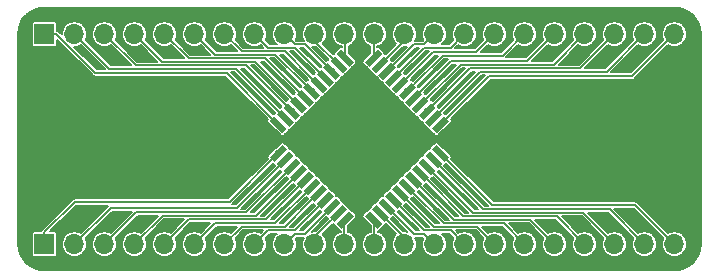
<source format=gbr>
G04 #@! TF.GenerationSoftware,KiCad,Pcbnew,(5.1.4)-1*
G04 #@! TF.CreationDate,2019-10-24T16:58:35-04:00*
G04 #@! TF.ProjectId,TQFP44,54514650-3434-42e6-9b69-6361645f7063,B*
G04 #@! TF.SameCoordinates,Original*
G04 #@! TF.FileFunction,Copper,L1,Top*
G04 #@! TF.FilePolarity,Positive*
%FSLAX46Y46*%
G04 Gerber Fmt 4.6, Leading zero omitted, Abs format (unit mm)*
G04 Created by KiCad (PCBNEW (5.1.4)-1) date 2019-10-24 16:58:35*
%MOMM*%
%LPD*%
G04 APERTURE LIST*
%ADD10O,1.700000X1.700000*%
%ADD11R,1.700000X1.700000*%
%ADD12C,0.550000*%
%ADD13C,0.100000*%
%ADD14C,0.150000*%
G04 APERTURE END LIST*
D10*
X124460000Y-36830000D03*
X121920000Y-36830000D03*
X119380000Y-36830000D03*
X116840000Y-36830000D03*
X114300000Y-36830000D03*
X111760000Y-36830000D03*
X109220000Y-36830000D03*
X106680000Y-36830000D03*
X104140000Y-36830000D03*
X101600000Y-36830000D03*
X99060000Y-36830000D03*
X96520000Y-36830000D03*
X93980000Y-36830000D03*
X91440000Y-36830000D03*
X88900000Y-36830000D03*
X86360000Y-36830000D03*
X83820000Y-36830000D03*
X81280000Y-36830000D03*
X78740000Y-36830000D03*
X76200000Y-36830000D03*
X73660000Y-36830000D03*
D11*
X71120000Y-36830000D03*
D10*
X124460000Y-54610000D03*
X121920000Y-54610000D03*
X119380000Y-54610000D03*
X116840000Y-54610000D03*
X114300000Y-54610000D03*
X111760000Y-54610000D03*
X109220000Y-54610000D03*
X106680000Y-54610000D03*
X104140000Y-54610000D03*
X101600000Y-54610000D03*
X99060000Y-54610000D03*
X96520000Y-54610000D03*
X93980000Y-54610000D03*
X91440000Y-54610000D03*
X88900000Y-54610000D03*
X86360000Y-54610000D03*
X83820000Y-54610000D03*
X81280000Y-54610000D03*
X78740000Y-54610000D03*
X76200000Y-54610000D03*
X73660000Y-54610000D03*
D11*
X71120000Y-54610000D03*
D12*
X90931064Y-44517918D03*
D13*
G36*
X91655848Y-44853794D02*
G01*
X91266940Y-45242702D01*
X90206280Y-44182042D01*
X90595188Y-43793134D01*
X91655848Y-44853794D01*
X91655848Y-44853794D01*
G37*
D12*
X91496750Y-43952233D03*
D13*
G36*
X92221534Y-44288109D02*
G01*
X91832626Y-44677017D01*
X90771966Y-43616357D01*
X91160874Y-43227449D01*
X92221534Y-44288109D01*
X92221534Y-44288109D01*
G37*
D12*
X92062435Y-43386548D03*
D13*
G36*
X92787219Y-43722424D02*
G01*
X92398311Y-44111332D01*
X91337651Y-43050672D01*
X91726559Y-42661764D01*
X92787219Y-43722424D01*
X92787219Y-43722424D01*
G37*
D12*
X92628120Y-42820862D03*
D13*
G36*
X93352904Y-43156738D02*
G01*
X92963996Y-43545646D01*
X91903336Y-42484986D01*
X92292244Y-42096078D01*
X93352904Y-43156738D01*
X93352904Y-43156738D01*
G37*
D12*
X93193806Y-42255177D03*
D13*
G36*
X93918590Y-42591053D02*
G01*
X93529682Y-42979961D01*
X92469022Y-41919301D01*
X92857930Y-41530393D01*
X93918590Y-42591053D01*
X93918590Y-42591053D01*
G37*
D12*
X93759491Y-41689491D03*
D13*
G36*
X94484275Y-42025367D02*
G01*
X94095367Y-42414275D01*
X93034707Y-41353615D01*
X93423615Y-40964707D01*
X94484275Y-42025367D01*
X94484275Y-42025367D01*
G37*
D12*
X94325177Y-41123806D03*
D13*
G36*
X95049961Y-41459682D02*
G01*
X94661053Y-41848590D01*
X93600393Y-40787930D01*
X93989301Y-40399022D01*
X95049961Y-41459682D01*
X95049961Y-41459682D01*
G37*
D12*
X94890862Y-40558120D03*
D13*
G36*
X95615646Y-40893996D02*
G01*
X95226738Y-41282904D01*
X94166078Y-40222244D01*
X94554986Y-39833336D01*
X95615646Y-40893996D01*
X95615646Y-40893996D01*
G37*
D12*
X95456548Y-39992435D03*
D13*
G36*
X96181332Y-40328311D02*
G01*
X95792424Y-40717219D01*
X94731764Y-39656559D01*
X95120672Y-39267651D01*
X96181332Y-40328311D01*
X96181332Y-40328311D01*
G37*
D12*
X96022233Y-39426750D03*
D13*
G36*
X96747017Y-39762626D02*
G01*
X96358109Y-40151534D01*
X95297449Y-39090874D01*
X95686357Y-38701966D01*
X96747017Y-39762626D01*
X96747017Y-39762626D01*
G37*
D12*
X96587918Y-38861064D03*
D13*
G36*
X97312702Y-39196940D02*
G01*
X96923794Y-39585848D01*
X95863134Y-38525188D01*
X96252042Y-38136280D01*
X97312702Y-39196940D01*
X97312702Y-39196940D01*
G37*
D12*
X98992082Y-38861064D03*
D13*
G36*
X98656206Y-39585848D02*
G01*
X98267298Y-39196940D01*
X99327958Y-38136280D01*
X99716866Y-38525188D01*
X98656206Y-39585848D01*
X98656206Y-39585848D01*
G37*
D12*
X99557767Y-39426750D03*
D13*
G36*
X99221891Y-40151534D02*
G01*
X98832983Y-39762626D01*
X99893643Y-38701966D01*
X100282551Y-39090874D01*
X99221891Y-40151534D01*
X99221891Y-40151534D01*
G37*
D12*
X100123452Y-39992435D03*
D13*
G36*
X99787576Y-40717219D02*
G01*
X99398668Y-40328311D01*
X100459328Y-39267651D01*
X100848236Y-39656559D01*
X99787576Y-40717219D01*
X99787576Y-40717219D01*
G37*
D12*
X100689138Y-40558120D03*
D13*
G36*
X100353262Y-41282904D02*
G01*
X99964354Y-40893996D01*
X101025014Y-39833336D01*
X101413922Y-40222244D01*
X100353262Y-41282904D01*
X100353262Y-41282904D01*
G37*
D12*
X101254823Y-41123806D03*
D13*
G36*
X100918947Y-41848590D02*
G01*
X100530039Y-41459682D01*
X101590699Y-40399022D01*
X101979607Y-40787930D01*
X100918947Y-41848590D01*
X100918947Y-41848590D01*
G37*
D12*
X101820509Y-41689491D03*
D13*
G36*
X101484633Y-42414275D02*
G01*
X101095725Y-42025367D01*
X102156385Y-40964707D01*
X102545293Y-41353615D01*
X101484633Y-42414275D01*
X101484633Y-42414275D01*
G37*
D12*
X102386194Y-42255177D03*
D13*
G36*
X102050318Y-42979961D02*
G01*
X101661410Y-42591053D01*
X102722070Y-41530393D01*
X103110978Y-41919301D01*
X102050318Y-42979961D01*
X102050318Y-42979961D01*
G37*
D12*
X102951880Y-42820862D03*
D13*
G36*
X102616004Y-43545646D02*
G01*
X102227096Y-43156738D01*
X103287756Y-42096078D01*
X103676664Y-42484986D01*
X102616004Y-43545646D01*
X102616004Y-43545646D01*
G37*
D12*
X103517565Y-43386548D03*
D13*
G36*
X103181689Y-44111332D02*
G01*
X102792781Y-43722424D01*
X103853441Y-42661764D01*
X104242349Y-43050672D01*
X103181689Y-44111332D01*
X103181689Y-44111332D01*
G37*
D12*
X104083250Y-43952233D03*
D13*
G36*
X103747374Y-44677017D02*
G01*
X103358466Y-44288109D01*
X104419126Y-43227449D01*
X104808034Y-43616357D01*
X103747374Y-44677017D01*
X103747374Y-44677017D01*
G37*
D12*
X104648936Y-44517918D03*
D13*
G36*
X104313060Y-45242702D02*
G01*
X103924152Y-44853794D01*
X104984812Y-43793134D01*
X105373720Y-44182042D01*
X104313060Y-45242702D01*
X104313060Y-45242702D01*
G37*
D12*
X104648936Y-46922082D03*
D13*
G36*
X105373720Y-47257958D02*
G01*
X104984812Y-47646866D01*
X103924152Y-46586206D01*
X104313060Y-46197298D01*
X105373720Y-47257958D01*
X105373720Y-47257958D01*
G37*
D12*
X104083250Y-47487767D03*
D13*
G36*
X104808034Y-47823643D02*
G01*
X104419126Y-48212551D01*
X103358466Y-47151891D01*
X103747374Y-46762983D01*
X104808034Y-47823643D01*
X104808034Y-47823643D01*
G37*
D12*
X103517565Y-48053452D03*
D13*
G36*
X104242349Y-48389328D02*
G01*
X103853441Y-48778236D01*
X102792781Y-47717576D01*
X103181689Y-47328668D01*
X104242349Y-48389328D01*
X104242349Y-48389328D01*
G37*
D12*
X102951880Y-48619138D03*
D13*
G36*
X103676664Y-48955014D02*
G01*
X103287756Y-49343922D01*
X102227096Y-48283262D01*
X102616004Y-47894354D01*
X103676664Y-48955014D01*
X103676664Y-48955014D01*
G37*
D12*
X102386194Y-49184823D03*
D13*
G36*
X103110978Y-49520699D02*
G01*
X102722070Y-49909607D01*
X101661410Y-48848947D01*
X102050318Y-48460039D01*
X103110978Y-49520699D01*
X103110978Y-49520699D01*
G37*
D12*
X101820509Y-49750509D03*
D13*
G36*
X102545293Y-50086385D02*
G01*
X102156385Y-50475293D01*
X101095725Y-49414633D01*
X101484633Y-49025725D01*
X102545293Y-50086385D01*
X102545293Y-50086385D01*
G37*
D12*
X101254823Y-50316194D03*
D13*
G36*
X101979607Y-50652070D02*
G01*
X101590699Y-51040978D01*
X100530039Y-49980318D01*
X100918947Y-49591410D01*
X101979607Y-50652070D01*
X101979607Y-50652070D01*
G37*
D12*
X100689138Y-50881880D03*
D13*
G36*
X101413922Y-51217756D02*
G01*
X101025014Y-51606664D01*
X99964354Y-50546004D01*
X100353262Y-50157096D01*
X101413922Y-51217756D01*
X101413922Y-51217756D01*
G37*
D12*
X100123452Y-51447565D03*
D13*
G36*
X100848236Y-51783441D02*
G01*
X100459328Y-52172349D01*
X99398668Y-51111689D01*
X99787576Y-50722781D01*
X100848236Y-51783441D01*
X100848236Y-51783441D01*
G37*
D12*
X99557767Y-52013250D03*
D13*
G36*
X100282551Y-52349126D02*
G01*
X99893643Y-52738034D01*
X98832983Y-51677374D01*
X99221891Y-51288466D01*
X100282551Y-52349126D01*
X100282551Y-52349126D01*
G37*
D12*
X98992082Y-52578936D03*
D13*
G36*
X99716866Y-52914812D02*
G01*
X99327958Y-53303720D01*
X98267298Y-52243060D01*
X98656206Y-51854152D01*
X99716866Y-52914812D01*
X99716866Y-52914812D01*
G37*
D12*
X96587918Y-52578936D03*
D13*
G36*
X96252042Y-53303720D02*
G01*
X95863134Y-52914812D01*
X96923794Y-51854152D01*
X97312702Y-52243060D01*
X96252042Y-53303720D01*
X96252042Y-53303720D01*
G37*
D12*
X96022233Y-52013250D03*
D13*
G36*
X95686357Y-52738034D02*
G01*
X95297449Y-52349126D01*
X96358109Y-51288466D01*
X96747017Y-51677374D01*
X95686357Y-52738034D01*
X95686357Y-52738034D01*
G37*
D12*
X95456548Y-51447565D03*
D13*
G36*
X95120672Y-52172349D02*
G01*
X94731764Y-51783441D01*
X95792424Y-50722781D01*
X96181332Y-51111689D01*
X95120672Y-52172349D01*
X95120672Y-52172349D01*
G37*
D12*
X94890862Y-50881880D03*
D13*
G36*
X94554986Y-51606664D02*
G01*
X94166078Y-51217756D01*
X95226738Y-50157096D01*
X95615646Y-50546004D01*
X94554986Y-51606664D01*
X94554986Y-51606664D01*
G37*
D12*
X94325177Y-50316194D03*
D13*
G36*
X93989301Y-51040978D02*
G01*
X93600393Y-50652070D01*
X94661053Y-49591410D01*
X95049961Y-49980318D01*
X93989301Y-51040978D01*
X93989301Y-51040978D01*
G37*
D12*
X93759491Y-49750509D03*
D13*
G36*
X93423615Y-50475293D02*
G01*
X93034707Y-50086385D01*
X94095367Y-49025725D01*
X94484275Y-49414633D01*
X93423615Y-50475293D01*
X93423615Y-50475293D01*
G37*
D12*
X93193806Y-49184823D03*
D13*
G36*
X92857930Y-49909607D02*
G01*
X92469022Y-49520699D01*
X93529682Y-48460039D01*
X93918590Y-48848947D01*
X92857930Y-49909607D01*
X92857930Y-49909607D01*
G37*
D12*
X92628120Y-48619138D03*
D13*
G36*
X92292244Y-49343922D02*
G01*
X91903336Y-48955014D01*
X92963996Y-47894354D01*
X93352904Y-48283262D01*
X92292244Y-49343922D01*
X92292244Y-49343922D01*
G37*
D12*
X92062435Y-48053452D03*
D13*
G36*
X91726559Y-48778236D02*
G01*
X91337651Y-48389328D01*
X92398311Y-47328668D01*
X92787219Y-47717576D01*
X91726559Y-48778236D01*
X91726559Y-48778236D01*
G37*
D12*
X91496750Y-47487767D03*
D13*
G36*
X91160874Y-48212551D02*
G01*
X90771966Y-47823643D01*
X91832626Y-46762983D01*
X92221534Y-47151891D01*
X91160874Y-48212551D01*
X91160874Y-48212551D01*
G37*
D12*
X90931064Y-46922082D03*
D13*
G36*
X90595188Y-47646866D02*
G01*
X90206280Y-47257958D01*
X91266940Y-46197298D01*
X91655848Y-46586206D01*
X90595188Y-47646866D01*
X90595188Y-47646866D01*
G37*
D14*
X72120000Y-36830000D02*
X75422000Y-40132000D01*
X71120000Y-36830000D02*
X72120000Y-36830000D01*
X86545146Y-40132000D02*
X90931064Y-44517918D01*
X75422000Y-40132000D02*
X86545146Y-40132000D01*
X90895710Y-43351193D02*
X91496750Y-43952233D01*
X87324586Y-39780069D02*
X90895710Y-43351193D01*
X76610069Y-39780069D02*
X87324586Y-39780069D01*
X73660000Y-36830000D02*
X76610069Y-39780069D01*
X91461395Y-42785508D02*
X92062435Y-43386548D01*
X88155946Y-39480059D02*
X91461395Y-42785508D01*
X78850059Y-39480059D02*
X88155946Y-39480059D01*
X76200000Y-36830000D02*
X78850059Y-39480059D01*
X92027080Y-42219822D02*
X92628120Y-42820862D01*
X88987307Y-39180049D02*
X92027080Y-42219822D01*
X81090049Y-39180049D02*
X88987307Y-39180049D01*
X78740000Y-36830000D02*
X81090049Y-39180049D01*
X92592766Y-41654137D02*
X93193806Y-42255177D01*
X89818668Y-38880039D02*
X92592766Y-41654137D01*
X83330039Y-38880039D02*
X89818668Y-38880039D01*
X81280000Y-36830000D02*
X83330039Y-38880039D01*
X93158451Y-41088451D02*
X93759491Y-41689491D01*
X90650029Y-38580029D02*
X93158451Y-41088451D01*
X85570029Y-38580029D02*
X90650029Y-38580029D01*
X83820000Y-36830000D02*
X85570029Y-38580029D01*
X93724137Y-40522766D02*
X94325177Y-41123806D01*
X91481390Y-38280019D02*
X93724137Y-40522766D01*
X87810019Y-38280019D02*
X91481390Y-38280019D01*
X86360000Y-36830000D02*
X87810019Y-38280019D01*
X94289822Y-39957080D02*
X94890862Y-40558120D01*
X92312751Y-37980009D02*
X94289822Y-39957080D01*
X90050009Y-37980009D02*
X92312751Y-37980009D01*
X88900000Y-36830000D02*
X90050009Y-37980009D01*
X94855508Y-39391395D02*
X95456548Y-39992435D01*
X93144112Y-37679999D02*
X94855508Y-39391395D01*
X92289999Y-37679999D02*
X93144112Y-37679999D01*
X91440000Y-36830000D02*
X92289999Y-37679999D01*
X93980000Y-37384517D02*
X93980000Y-36830000D01*
X96022233Y-39426750D02*
X93980000Y-37384517D01*
X96587918Y-36897918D02*
X96520000Y-36830000D01*
X96587918Y-38861064D02*
X96587918Y-36897918D01*
X98992082Y-36897918D02*
X99060000Y-36830000D01*
X98992082Y-38861064D02*
X98992082Y-36897918D01*
X101600000Y-37384517D02*
X101600000Y-36830000D01*
X99557767Y-39426750D02*
X101600000Y-37384517D01*
X100724492Y-39391395D02*
X100123452Y-39992435D01*
X102435888Y-37679999D02*
X100724492Y-39391395D01*
X103290001Y-37679999D02*
X102435888Y-37679999D01*
X104140000Y-36830000D02*
X103290001Y-37679999D01*
X101290178Y-39957080D02*
X100689138Y-40558120D01*
X103267249Y-37980009D02*
X101290178Y-39957080D01*
X105529991Y-37980009D02*
X103267249Y-37980009D01*
X106680000Y-36830000D02*
X105529991Y-37980009D01*
X104024629Y-38354000D02*
X101254823Y-41123806D01*
X109220000Y-36830000D02*
X107696000Y-38354000D01*
X107696000Y-38354000D02*
X104024629Y-38354000D01*
X102421549Y-41088451D02*
X101820509Y-41689491D01*
X104855990Y-38654010D02*
X102421549Y-41088451D01*
X109935990Y-38654010D02*
X104855990Y-38654010D01*
X111760000Y-36830000D02*
X109935990Y-38654010D01*
X114300000Y-36830000D02*
X112014000Y-39116000D01*
X105525371Y-39116000D02*
X102386194Y-42255177D01*
X112014000Y-39116000D02*
X105525371Y-39116000D01*
X106356732Y-39416010D02*
X102951880Y-42820862D01*
X116840000Y-36830000D02*
X114253990Y-39416010D01*
X114253990Y-39416010D02*
X106356732Y-39416010D01*
X104118605Y-42785508D02*
X103517565Y-43386548D01*
X107188094Y-39716019D02*
X104118605Y-42785508D01*
X116493981Y-39716019D02*
X107188094Y-39716019D01*
X119380000Y-36830000D02*
X116493981Y-39716019D01*
X108019454Y-40016029D02*
X104083250Y-43952233D01*
X121920000Y-36830000D02*
X118733971Y-40016029D01*
X118733971Y-40016029D02*
X108019454Y-40016029D01*
X108780854Y-40386000D02*
X104648936Y-44517918D01*
X124460000Y-36830000D02*
X120904000Y-40386000D01*
X120904000Y-40386000D02*
X108780854Y-40386000D01*
X124460000Y-54610000D02*
X121158000Y-51308000D01*
X109034854Y-51308000D02*
X104648936Y-46922082D01*
X121158000Y-51308000D02*
X109034854Y-51308000D01*
X104684290Y-48088807D02*
X104083250Y-47487767D01*
X108255414Y-51659931D02*
X104684290Y-48088807D01*
X118969931Y-51659931D02*
X108255414Y-51659931D01*
X121920000Y-54610000D02*
X118969931Y-51659931D01*
X104118605Y-48654492D02*
X103517565Y-48053452D01*
X107424054Y-51959941D02*
X104118605Y-48654492D01*
X116729941Y-51959941D02*
X107424054Y-51959941D01*
X119380000Y-54610000D02*
X116729941Y-51959941D01*
X103552920Y-49220178D02*
X102951880Y-48619138D01*
X106592693Y-52259951D02*
X103552920Y-49220178D01*
X114489951Y-52259951D02*
X106592693Y-52259951D01*
X116840000Y-54610000D02*
X114489951Y-52259951D01*
X102987234Y-49785863D02*
X102386194Y-49184823D01*
X105761332Y-52559961D02*
X102987234Y-49785863D01*
X112249961Y-52559961D02*
X105761332Y-52559961D01*
X114300000Y-54610000D02*
X112249961Y-52559961D01*
X102421549Y-50351549D02*
X101820509Y-49750509D01*
X104929971Y-52859971D02*
X102421549Y-50351549D01*
X110009971Y-52859971D02*
X104929971Y-52859971D01*
X111760000Y-54610000D02*
X110009971Y-52859971D01*
X101855863Y-50917234D02*
X101254823Y-50316194D01*
X104098610Y-53159981D02*
X101855863Y-50917234D01*
X107769981Y-53159981D02*
X104098610Y-53159981D01*
X109220000Y-54610000D02*
X107769981Y-53159981D01*
X101290178Y-51482920D02*
X100689138Y-50881880D01*
X103267249Y-53459991D02*
X101290178Y-51482920D01*
X105529991Y-53459991D02*
X103267249Y-53459991D01*
X106680000Y-54610000D02*
X105529991Y-53459991D01*
X100724492Y-52048605D02*
X100123452Y-51447565D01*
X102435888Y-53760001D02*
X100724492Y-52048605D01*
X103290001Y-53760001D02*
X102435888Y-53760001D01*
X104140000Y-54610000D02*
X103290001Y-53760001D01*
X100158807Y-52614290D02*
X99557767Y-52013250D01*
X101600000Y-54610000D02*
X101600000Y-54055483D01*
X101600000Y-54055483D02*
X100158807Y-52614290D01*
X99060000Y-52646854D02*
X98992082Y-52578936D01*
X99060000Y-54610000D02*
X99060000Y-52646854D01*
X96520000Y-52646854D02*
X96587918Y-52578936D01*
X96520000Y-54610000D02*
X96520000Y-52646854D01*
X95421193Y-52614290D02*
X96022233Y-52013250D01*
X93980000Y-54610000D02*
X93980000Y-54055483D01*
X93980000Y-54055483D02*
X95421193Y-52614290D01*
X94855508Y-52048605D02*
X95456548Y-51447565D01*
X93144112Y-53760001D02*
X94855508Y-52048605D01*
X92289999Y-53760001D02*
X93144112Y-53760001D01*
X91440000Y-54610000D02*
X92289999Y-53760001D01*
X94289822Y-51482920D02*
X94890862Y-50881880D01*
X92312751Y-53459991D02*
X94289822Y-51482920D01*
X90050009Y-53459991D02*
X92312751Y-53459991D01*
X88900000Y-54610000D02*
X90050009Y-53459991D01*
X93724137Y-50917234D02*
X94325177Y-50316194D01*
X91481390Y-53159981D02*
X93724137Y-50917234D01*
X87810019Y-53159981D02*
X91481390Y-53159981D01*
X86360000Y-54610000D02*
X87810019Y-53159981D01*
X83820000Y-54610000D02*
X85598000Y-52832000D01*
X90678000Y-52832000D02*
X93759491Y-49750509D01*
X85598000Y-52832000D02*
X90678000Y-52832000D01*
X92592766Y-49785863D02*
X93193806Y-49184823D01*
X89846639Y-52531990D02*
X92592766Y-49785863D01*
X83358010Y-52531990D02*
X89846639Y-52531990D01*
X81280000Y-54610000D02*
X83358010Y-52531990D01*
X89015278Y-52231980D02*
X92628120Y-48619138D01*
X78740000Y-54610000D02*
X81118020Y-52231980D01*
X81118020Y-52231980D02*
X89015278Y-52231980D01*
X88183917Y-51931970D02*
X92062435Y-48053452D01*
X76200000Y-54610000D02*
X78878030Y-51931970D01*
X78878030Y-51931970D02*
X88183917Y-51931970D01*
X73660000Y-54610000D02*
X76712195Y-51557805D01*
X87426712Y-51557805D02*
X91496750Y-47487767D01*
X76712195Y-51557805D02*
X87426712Y-51557805D01*
X71120000Y-53610000D02*
X73676000Y-51054000D01*
X71120000Y-54610000D02*
X71120000Y-53610000D01*
X86799146Y-51054000D02*
X90931064Y-46922082D01*
X73676000Y-51054000D02*
X86799146Y-51054000D01*
G36*
X124894804Y-34634071D02*
G01*
X125313052Y-34760348D01*
X125698802Y-34965455D01*
X126037369Y-35241585D01*
X126315850Y-35578211D01*
X126523647Y-35962523D01*
X126652838Y-36379871D01*
X126699993Y-36828520D01*
X126700000Y-36830477D01*
X126700001Y-54595319D01*
X126655929Y-55044803D01*
X126529652Y-55463052D01*
X126324547Y-55848800D01*
X126048418Y-56187367D01*
X125711789Y-56465850D01*
X125327478Y-56673646D01*
X124910129Y-56802838D01*
X124461480Y-56849993D01*
X124459523Y-56850000D01*
X71134670Y-56850000D01*
X70685197Y-56805929D01*
X70266948Y-56679652D01*
X69881200Y-56474547D01*
X69542633Y-56198418D01*
X69264150Y-55861789D01*
X69056354Y-55477478D01*
X68927162Y-55060129D01*
X68880007Y-54611480D01*
X68880000Y-54609523D01*
X68880000Y-53760000D01*
X70043912Y-53760000D01*
X70043912Y-55460000D01*
X70048256Y-55504108D01*
X70061122Y-55546520D01*
X70082015Y-55585608D01*
X70110132Y-55619868D01*
X70144392Y-55647985D01*
X70183480Y-55668878D01*
X70225892Y-55681744D01*
X70270000Y-55686088D01*
X71970000Y-55686088D01*
X72014108Y-55681744D01*
X72056520Y-55668878D01*
X72095608Y-55647985D01*
X72129868Y-55619868D01*
X72157985Y-55585608D01*
X72178878Y-55546520D01*
X72191744Y-55504108D01*
X72196088Y-55460000D01*
X72196088Y-53760000D01*
X72191744Y-53715892D01*
X72178878Y-53673480D01*
X72157985Y-53634392D01*
X72129868Y-53600132D01*
X72095608Y-53572015D01*
X72056520Y-53551122D01*
X72014108Y-53538256D01*
X71970000Y-53533912D01*
X71620351Y-53533912D01*
X73800264Y-51354000D01*
X76491361Y-51354000D01*
X76489646Y-51356090D01*
X74177863Y-53667874D01*
X74073375Y-53612024D01*
X73870737Y-53550555D01*
X73712806Y-53535000D01*
X73607194Y-53535000D01*
X73449263Y-53550555D01*
X73246625Y-53612024D01*
X73059872Y-53711846D01*
X72896183Y-53846183D01*
X72761846Y-54009872D01*
X72662024Y-54196625D01*
X72600555Y-54399263D01*
X72579799Y-54610000D01*
X72600555Y-54820737D01*
X72662024Y-55023375D01*
X72761846Y-55210128D01*
X72896183Y-55373817D01*
X73059872Y-55508154D01*
X73246625Y-55607976D01*
X73449263Y-55669445D01*
X73607194Y-55685000D01*
X73712806Y-55685000D01*
X73870737Y-55669445D01*
X74073375Y-55607976D01*
X74260128Y-55508154D01*
X74423817Y-55373817D01*
X74558154Y-55210128D01*
X74657976Y-55023375D01*
X74719445Y-54820737D01*
X74740201Y-54610000D01*
X74719445Y-54399263D01*
X74657976Y-54196625D01*
X74602126Y-54092137D01*
X76836459Y-51857805D01*
X78527931Y-51857805D01*
X76717863Y-53667874D01*
X76613375Y-53612024D01*
X76410737Y-53550555D01*
X76252806Y-53535000D01*
X76147194Y-53535000D01*
X75989263Y-53550555D01*
X75786625Y-53612024D01*
X75599872Y-53711846D01*
X75436183Y-53846183D01*
X75301846Y-54009872D01*
X75202024Y-54196625D01*
X75140555Y-54399263D01*
X75119799Y-54610000D01*
X75140555Y-54820737D01*
X75202024Y-55023375D01*
X75301846Y-55210128D01*
X75436183Y-55373817D01*
X75599872Y-55508154D01*
X75786625Y-55607976D01*
X75989263Y-55669445D01*
X76147194Y-55685000D01*
X76252806Y-55685000D01*
X76410737Y-55669445D01*
X76613375Y-55607976D01*
X76800128Y-55508154D01*
X76963817Y-55373817D01*
X77098154Y-55210128D01*
X77197976Y-55023375D01*
X77259445Y-54820737D01*
X77280201Y-54610000D01*
X77259445Y-54399263D01*
X77197976Y-54196625D01*
X77142126Y-54092137D01*
X79002294Y-52231970D01*
X80693766Y-52231970D01*
X79257863Y-53667874D01*
X79153375Y-53612024D01*
X78950737Y-53550555D01*
X78792806Y-53535000D01*
X78687194Y-53535000D01*
X78529263Y-53550555D01*
X78326625Y-53612024D01*
X78139872Y-53711846D01*
X77976183Y-53846183D01*
X77841846Y-54009872D01*
X77742024Y-54196625D01*
X77680555Y-54399263D01*
X77659799Y-54610000D01*
X77680555Y-54820737D01*
X77742024Y-55023375D01*
X77841846Y-55210128D01*
X77976183Y-55373817D01*
X78139872Y-55508154D01*
X78326625Y-55607976D01*
X78529263Y-55669445D01*
X78687194Y-55685000D01*
X78792806Y-55685000D01*
X78950737Y-55669445D01*
X79153375Y-55607976D01*
X79340128Y-55508154D01*
X79503817Y-55373817D01*
X79638154Y-55210128D01*
X79737976Y-55023375D01*
X79799445Y-54820737D01*
X79820201Y-54610000D01*
X79799445Y-54399263D01*
X79737976Y-54196625D01*
X79682126Y-54092137D01*
X81242284Y-52531980D01*
X82933756Y-52531980D01*
X81797863Y-53667874D01*
X81693375Y-53612024D01*
X81490737Y-53550555D01*
X81332806Y-53535000D01*
X81227194Y-53535000D01*
X81069263Y-53550555D01*
X80866625Y-53612024D01*
X80679872Y-53711846D01*
X80516183Y-53846183D01*
X80381846Y-54009872D01*
X80282024Y-54196625D01*
X80220555Y-54399263D01*
X80199799Y-54610000D01*
X80220555Y-54820737D01*
X80282024Y-55023375D01*
X80381846Y-55210128D01*
X80516183Y-55373817D01*
X80679872Y-55508154D01*
X80866625Y-55607976D01*
X81069263Y-55669445D01*
X81227194Y-55685000D01*
X81332806Y-55685000D01*
X81490737Y-55669445D01*
X81693375Y-55607976D01*
X81880128Y-55508154D01*
X82043817Y-55373817D01*
X82178154Y-55210128D01*
X82277976Y-55023375D01*
X82339445Y-54820737D01*
X82360201Y-54610000D01*
X82339445Y-54399263D01*
X82277976Y-54196625D01*
X82222126Y-54092137D01*
X83482274Y-52831990D01*
X85173745Y-52831990D01*
X84337862Y-53667874D01*
X84233375Y-53612024D01*
X84030737Y-53550555D01*
X83872806Y-53535000D01*
X83767194Y-53535000D01*
X83609263Y-53550555D01*
X83406625Y-53612024D01*
X83219872Y-53711846D01*
X83056183Y-53846183D01*
X82921846Y-54009872D01*
X82822024Y-54196625D01*
X82760555Y-54399263D01*
X82739799Y-54610000D01*
X82760555Y-54820737D01*
X82822024Y-55023375D01*
X82921846Y-55210128D01*
X83056183Y-55373817D01*
X83219872Y-55508154D01*
X83406625Y-55607976D01*
X83609263Y-55669445D01*
X83767194Y-55685000D01*
X83872806Y-55685000D01*
X84030737Y-55669445D01*
X84233375Y-55607976D01*
X84420128Y-55508154D01*
X84583817Y-55373817D01*
X84718154Y-55210128D01*
X84817976Y-55023375D01*
X84879445Y-54820737D01*
X84900201Y-54610000D01*
X84879445Y-54399263D01*
X84817976Y-54196625D01*
X84762126Y-54092138D01*
X85722265Y-53132000D01*
X87413736Y-53132000D01*
X86877863Y-53667874D01*
X86773375Y-53612024D01*
X86570737Y-53550555D01*
X86412806Y-53535000D01*
X86307194Y-53535000D01*
X86149263Y-53550555D01*
X85946625Y-53612024D01*
X85759872Y-53711846D01*
X85596183Y-53846183D01*
X85461846Y-54009872D01*
X85362024Y-54196625D01*
X85300555Y-54399263D01*
X85279799Y-54610000D01*
X85300555Y-54820737D01*
X85362024Y-55023375D01*
X85461846Y-55210128D01*
X85596183Y-55373817D01*
X85759872Y-55508154D01*
X85946625Y-55607976D01*
X86149263Y-55669445D01*
X86307194Y-55685000D01*
X86412806Y-55685000D01*
X86570737Y-55669445D01*
X86773375Y-55607976D01*
X86960128Y-55508154D01*
X87123817Y-55373817D01*
X87258154Y-55210128D01*
X87357976Y-55023375D01*
X87419445Y-54820737D01*
X87440201Y-54610000D01*
X87419445Y-54399263D01*
X87357976Y-54196625D01*
X87302126Y-54092137D01*
X87934283Y-53459981D01*
X89625755Y-53459981D01*
X89417862Y-53667874D01*
X89313375Y-53612024D01*
X89110737Y-53550555D01*
X88952806Y-53535000D01*
X88847194Y-53535000D01*
X88689263Y-53550555D01*
X88486625Y-53612024D01*
X88299872Y-53711846D01*
X88136183Y-53846183D01*
X88001846Y-54009872D01*
X87902024Y-54196625D01*
X87840555Y-54399263D01*
X87819799Y-54610000D01*
X87840555Y-54820737D01*
X87902024Y-55023375D01*
X88001846Y-55210128D01*
X88136183Y-55373817D01*
X88299872Y-55508154D01*
X88486625Y-55607976D01*
X88689263Y-55669445D01*
X88847194Y-55685000D01*
X88952806Y-55685000D01*
X89110737Y-55669445D01*
X89313375Y-55607976D01*
X89500128Y-55508154D01*
X89663817Y-55373817D01*
X89798154Y-55210128D01*
X89897976Y-55023375D01*
X89959445Y-54820737D01*
X89980201Y-54610000D01*
X89959445Y-54399263D01*
X89897976Y-54196625D01*
X89842126Y-54092138D01*
X90174273Y-53759991D01*
X90781208Y-53759991D01*
X90676183Y-53846183D01*
X90541846Y-54009872D01*
X90442024Y-54196625D01*
X90380555Y-54399263D01*
X90359799Y-54610000D01*
X90380555Y-54820737D01*
X90442024Y-55023375D01*
X90541846Y-55210128D01*
X90676183Y-55373817D01*
X90839872Y-55508154D01*
X91026625Y-55607976D01*
X91229263Y-55669445D01*
X91387194Y-55685000D01*
X91492806Y-55685000D01*
X91650737Y-55669445D01*
X91853375Y-55607976D01*
X92040128Y-55508154D01*
X92203817Y-55373817D01*
X92338154Y-55210128D01*
X92437976Y-55023375D01*
X92499445Y-54820737D01*
X92520201Y-54610000D01*
X92499445Y-54399263D01*
X92437976Y-54196625D01*
X92382126Y-54092138D01*
X92414263Y-54060001D01*
X93055051Y-54060001D01*
X92982024Y-54196625D01*
X92920555Y-54399263D01*
X92899799Y-54610000D01*
X92920555Y-54820737D01*
X92982024Y-55023375D01*
X93081846Y-55210128D01*
X93216183Y-55373817D01*
X93379872Y-55508154D01*
X93566625Y-55607976D01*
X93769263Y-55669445D01*
X93927194Y-55685000D01*
X94032806Y-55685000D01*
X94190737Y-55669445D01*
X94393375Y-55607976D01*
X94580128Y-55508154D01*
X94743817Y-55373817D01*
X94878154Y-55210128D01*
X94977976Y-55023375D01*
X95039445Y-54820737D01*
X95060201Y-54610000D01*
X95039445Y-54399263D01*
X94977976Y-54196625D01*
X94878154Y-54009872D01*
X94743817Y-53846183D01*
X94672276Y-53787471D01*
X95545908Y-52913839D01*
X95560749Y-52926019D01*
X95599837Y-52946912D01*
X95641590Y-52959578D01*
X95654256Y-53001332D01*
X95675149Y-53040420D01*
X95703266Y-53074680D01*
X96092174Y-53463588D01*
X96126434Y-53491705D01*
X96165522Y-53512598D01*
X96207934Y-53525464D01*
X96220001Y-53526652D01*
X96220001Y-53577632D01*
X96106625Y-53612024D01*
X95919872Y-53711846D01*
X95756183Y-53846183D01*
X95621846Y-54009872D01*
X95522024Y-54196625D01*
X95460555Y-54399263D01*
X95439799Y-54610000D01*
X95460555Y-54820737D01*
X95522024Y-55023375D01*
X95621846Y-55210128D01*
X95756183Y-55373817D01*
X95919872Y-55508154D01*
X96106625Y-55607976D01*
X96309263Y-55669445D01*
X96467194Y-55685000D01*
X96572806Y-55685000D01*
X96730737Y-55669445D01*
X96933375Y-55607976D01*
X97120128Y-55508154D01*
X97283817Y-55373817D01*
X97418154Y-55210128D01*
X97517976Y-55023375D01*
X97579445Y-54820737D01*
X97600201Y-54610000D01*
X97979799Y-54610000D01*
X98000555Y-54820737D01*
X98062024Y-55023375D01*
X98161846Y-55210128D01*
X98296183Y-55373817D01*
X98459872Y-55508154D01*
X98646625Y-55607976D01*
X98849263Y-55669445D01*
X99007194Y-55685000D01*
X99112806Y-55685000D01*
X99270737Y-55669445D01*
X99473375Y-55607976D01*
X99660128Y-55508154D01*
X99823817Y-55373817D01*
X99958154Y-55210128D01*
X100057976Y-55023375D01*
X100119445Y-54820737D01*
X100140201Y-54610000D01*
X100119445Y-54399263D01*
X100057976Y-54196625D01*
X99958154Y-54009872D01*
X99823817Y-53846183D01*
X99660128Y-53711846D01*
X99473375Y-53612024D01*
X99360000Y-53577632D01*
X99360000Y-53526652D01*
X99372066Y-53525464D01*
X99414478Y-53512598D01*
X99453566Y-53491705D01*
X99487826Y-53463588D01*
X99876734Y-53074680D01*
X99904851Y-53040420D01*
X99925744Y-53001332D01*
X99938410Y-52959578D01*
X99980163Y-52946912D01*
X100019251Y-52926019D01*
X100034093Y-52913839D01*
X100907724Y-53787471D01*
X100836183Y-53846183D01*
X100701846Y-54009872D01*
X100602024Y-54196625D01*
X100540555Y-54399263D01*
X100519799Y-54610000D01*
X100540555Y-54820737D01*
X100602024Y-55023375D01*
X100701846Y-55210128D01*
X100836183Y-55373817D01*
X100999872Y-55508154D01*
X101186625Y-55607976D01*
X101389263Y-55669445D01*
X101547194Y-55685000D01*
X101652806Y-55685000D01*
X101810737Y-55669445D01*
X102013375Y-55607976D01*
X102200128Y-55508154D01*
X102363817Y-55373817D01*
X102498154Y-55210128D01*
X102597976Y-55023375D01*
X102659445Y-54820737D01*
X102680201Y-54610000D01*
X102659445Y-54399263D01*
X102597976Y-54196625D01*
X102524949Y-54060001D01*
X103165738Y-54060001D01*
X103197874Y-54092137D01*
X103142024Y-54196625D01*
X103080555Y-54399263D01*
X103059799Y-54610000D01*
X103080555Y-54820737D01*
X103142024Y-55023375D01*
X103241846Y-55210128D01*
X103376183Y-55373817D01*
X103539872Y-55508154D01*
X103726625Y-55607976D01*
X103929263Y-55669445D01*
X104087194Y-55685000D01*
X104192806Y-55685000D01*
X104350737Y-55669445D01*
X104553375Y-55607976D01*
X104740128Y-55508154D01*
X104903817Y-55373817D01*
X105038154Y-55210128D01*
X105137976Y-55023375D01*
X105199445Y-54820737D01*
X105220201Y-54610000D01*
X105199445Y-54399263D01*
X105137976Y-54196625D01*
X105038154Y-54009872D01*
X104903817Y-53846183D01*
X104798792Y-53759991D01*
X105405728Y-53759991D01*
X105737874Y-54092137D01*
X105682024Y-54196625D01*
X105620555Y-54399263D01*
X105599799Y-54610000D01*
X105620555Y-54820737D01*
X105682024Y-55023375D01*
X105781846Y-55210128D01*
X105916183Y-55373817D01*
X106079872Y-55508154D01*
X106266625Y-55607976D01*
X106469263Y-55669445D01*
X106627194Y-55685000D01*
X106732806Y-55685000D01*
X106890737Y-55669445D01*
X107093375Y-55607976D01*
X107280128Y-55508154D01*
X107443817Y-55373817D01*
X107578154Y-55210128D01*
X107677976Y-55023375D01*
X107739445Y-54820737D01*
X107760201Y-54610000D01*
X107739445Y-54399263D01*
X107677976Y-54196625D01*
X107578154Y-54009872D01*
X107443817Y-53846183D01*
X107280128Y-53711846D01*
X107093375Y-53612024D01*
X106890737Y-53550555D01*
X106732806Y-53535000D01*
X106627194Y-53535000D01*
X106469263Y-53550555D01*
X106266625Y-53612024D01*
X106162137Y-53667874D01*
X105954244Y-53459981D01*
X107645718Y-53459981D01*
X108277874Y-54092137D01*
X108222024Y-54196625D01*
X108160555Y-54399263D01*
X108139799Y-54610000D01*
X108160555Y-54820737D01*
X108222024Y-55023375D01*
X108321846Y-55210128D01*
X108456183Y-55373817D01*
X108619872Y-55508154D01*
X108806625Y-55607976D01*
X109009263Y-55669445D01*
X109167194Y-55685000D01*
X109272806Y-55685000D01*
X109430737Y-55669445D01*
X109633375Y-55607976D01*
X109820128Y-55508154D01*
X109983817Y-55373817D01*
X110118154Y-55210128D01*
X110217976Y-55023375D01*
X110279445Y-54820737D01*
X110300201Y-54610000D01*
X110279445Y-54399263D01*
X110217976Y-54196625D01*
X110118154Y-54009872D01*
X109983817Y-53846183D01*
X109820128Y-53711846D01*
X109633375Y-53612024D01*
X109430737Y-53550555D01*
X109272806Y-53535000D01*
X109167194Y-53535000D01*
X109009263Y-53550555D01*
X108806625Y-53612024D01*
X108702137Y-53667874D01*
X108194234Y-53159971D01*
X109885708Y-53159971D01*
X110817874Y-54092138D01*
X110762024Y-54196625D01*
X110700555Y-54399263D01*
X110679799Y-54610000D01*
X110700555Y-54820737D01*
X110762024Y-55023375D01*
X110861846Y-55210128D01*
X110996183Y-55373817D01*
X111159872Y-55508154D01*
X111346625Y-55607976D01*
X111549263Y-55669445D01*
X111707194Y-55685000D01*
X111812806Y-55685000D01*
X111970737Y-55669445D01*
X112173375Y-55607976D01*
X112360128Y-55508154D01*
X112523817Y-55373817D01*
X112658154Y-55210128D01*
X112757976Y-55023375D01*
X112819445Y-54820737D01*
X112840201Y-54610000D01*
X112819445Y-54399263D01*
X112757976Y-54196625D01*
X112658154Y-54009872D01*
X112523817Y-53846183D01*
X112360128Y-53711846D01*
X112173375Y-53612024D01*
X111970737Y-53550555D01*
X111812806Y-53535000D01*
X111707194Y-53535000D01*
X111549263Y-53550555D01*
X111346625Y-53612024D01*
X111242138Y-53667874D01*
X110434224Y-52859961D01*
X112125698Y-52859961D01*
X113357874Y-54092138D01*
X113302024Y-54196625D01*
X113240555Y-54399263D01*
X113219799Y-54610000D01*
X113240555Y-54820737D01*
X113302024Y-55023375D01*
X113401846Y-55210128D01*
X113536183Y-55373817D01*
X113699872Y-55508154D01*
X113886625Y-55607976D01*
X114089263Y-55669445D01*
X114247194Y-55685000D01*
X114352806Y-55685000D01*
X114510737Y-55669445D01*
X114713375Y-55607976D01*
X114900128Y-55508154D01*
X115063817Y-55373817D01*
X115198154Y-55210128D01*
X115297976Y-55023375D01*
X115359445Y-54820737D01*
X115380201Y-54610000D01*
X115359445Y-54399263D01*
X115297976Y-54196625D01*
X115198154Y-54009872D01*
X115063817Y-53846183D01*
X114900128Y-53711846D01*
X114713375Y-53612024D01*
X114510737Y-53550555D01*
X114352806Y-53535000D01*
X114247194Y-53535000D01*
X114089263Y-53550555D01*
X113886625Y-53612024D01*
X113782138Y-53667874D01*
X112674214Y-52559951D01*
X114365688Y-52559951D01*
X115897874Y-54092138D01*
X115842024Y-54196625D01*
X115780555Y-54399263D01*
X115759799Y-54610000D01*
X115780555Y-54820737D01*
X115842024Y-55023375D01*
X115941846Y-55210128D01*
X116076183Y-55373817D01*
X116239872Y-55508154D01*
X116426625Y-55607976D01*
X116629263Y-55669445D01*
X116787194Y-55685000D01*
X116892806Y-55685000D01*
X117050737Y-55669445D01*
X117253375Y-55607976D01*
X117440128Y-55508154D01*
X117603817Y-55373817D01*
X117738154Y-55210128D01*
X117837976Y-55023375D01*
X117899445Y-54820737D01*
X117920201Y-54610000D01*
X117899445Y-54399263D01*
X117837976Y-54196625D01*
X117738154Y-54009872D01*
X117603817Y-53846183D01*
X117440128Y-53711846D01*
X117253375Y-53612024D01*
X117050737Y-53550555D01*
X116892806Y-53535000D01*
X116787194Y-53535000D01*
X116629263Y-53550555D01*
X116426625Y-53612024D01*
X116322138Y-53667874D01*
X114914204Y-52259941D01*
X116605678Y-52259941D01*
X118437874Y-54092138D01*
X118382024Y-54196625D01*
X118320555Y-54399263D01*
X118299799Y-54610000D01*
X118320555Y-54820737D01*
X118382024Y-55023375D01*
X118481846Y-55210128D01*
X118616183Y-55373817D01*
X118779872Y-55508154D01*
X118966625Y-55607976D01*
X119169263Y-55669445D01*
X119327194Y-55685000D01*
X119432806Y-55685000D01*
X119590737Y-55669445D01*
X119793375Y-55607976D01*
X119980128Y-55508154D01*
X120143817Y-55373817D01*
X120278154Y-55210128D01*
X120377976Y-55023375D01*
X120439445Y-54820737D01*
X120460201Y-54610000D01*
X120439445Y-54399263D01*
X120377976Y-54196625D01*
X120278154Y-54009872D01*
X120143817Y-53846183D01*
X119980128Y-53711846D01*
X119793375Y-53612024D01*
X119590737Y-53550555D01*
X119432806Y-53535000D01*
X119327194Y-53535000D01*
X119169263Y-53550555D01*
X118966625Y-53612024D01*
X118862138Y-53667874D01*
X117154194Y-51959931D01*
X118845668Y-51959931D01*
X120977874Y-54092138D01*
X120922024Y-54196625D01*
X120860555Y-54399263D01*
X120839799Y-54610000D01*
X120860555Y-54820737D01*
X120922024Y-55023375D01*
X121021846Y-55210128D01*
X121156183Y-55373817D01*
X121319872Y-55508154D01*
X121506625Y-55607976D01*
X121709263Y-55669445D01*
X121867194Y-55685000D01*
X121972806Y-55685000D01*
X122130737Y-55669445D01*
X122333375Y-55607976D01*
X122520128Y-55508154D01*
X122683817Y-55373817D01*
X122818154Y-55210128D01*
X122917976Y-55023375D01*
X122979445Y-54820737D01*
X123000201Y-54610000D01*
X122979445Y-54399263D01*
X122917976Y-54196625D01*
X122818154Y-54009872D01*
X122683817Y-53846183D01*
X122520128Y-53711846D01*
X122333375Y-53612024D01*
X122130737Y-53550555D01*
X121972806Y-53535000D01*
X121867194Y-53535000D01*
X121709263Y-53550555D01*
X121506625Y-53612024D01*
X121402138Y-53667874D01*
X119342263Y-51608000D01*
X121033737Y-51608000D01*
X123517874Y-54092138D01*
X123462024Y-54196625D01*
X123400555Y-54399263D01*
X123379799Y-54610000D01*
X123400555Y-54820737D01*
X123462024Y-55023375D01*
X123561846Y-55210128D01*
X123696183Y-55373817D01*
X123859872Y-55508154D01*
X124046625Y-55607976D01*
X124249263Y-55669445D01*
X124407194Y-55685000D01*
X124512806Y-55685000D01*
X124670737Y-55669445D01*
X124873375Y-55607976D01*
X125060128Y-55508154D01*
X125223817Y-55373817D01*
X125358154Y-55210128D01*
X125457976Y-55023375D01*
X125519445Y-54820737D01*
X125540201Y-54610000D01*
X125519445Y-54399263D01*
X125457976Y-54196625D01*
X125358154Y-54009872D01*
X125223817Y-53846183D01*
X125060128Y-53711846D01*
X124873375Y-53612024D01*
X124670737Y-53550555D01*
X124512806Y-53535000D01*
X124407194Y-53535000D01*
X124249263Y-53550555D01*
X124046625Y-53612024D01*
X123942138Y-53667874D01*
X121380553Y-51106290D01*
X121371158Y-51094842D01*
X121325477Y-51057353D01*
X121273360Y-51029496D01*
X121216810Y-51012341D01*
X121172733Y-51008000D01*
X121172723Y-51008000D01*
X121158000Y-51006550D01*
X121143277Y-51008000D01*
X109159119Y-51008000D01*
X105549525Y-47398407D01*
X105561705Y-47383566D01*
X105582598Y-47344478D01*
X105595464Y-47302066D01*
X105599808Y-47257958D01*
X105595464Y-47213850D01*
X105582598Y-47171438D01*
X105561705Y-47132350D01*
X105533588Y-47098090D01*
X104472928Y-46037430D01*
X104438668Y-46009313D01*
X104399580Y-45988420D01*
X104357168Y-45975554D01*
X104313060Y-45971210D01*
X104268952Y-45975554D01*
X104226540Y-45988420D01*
X104187452Y-46009313D01*
X104153192Y-46037430D01*
X103764284Y-46426338D01*
X103736167Y-46460598D01*
X103715274Y-46499686D01*
X103702608Y-46541439D01*
X103660854Y-46554105D01*
X103621766Y-46574998D01*
X103587506Y-46603115D01*
X103198598Y-46992023D01*
X103170481Y-47026283D01*
X103149588Y-47065371D01*
X103136922Y-47107124D01*
X103095169Y-47119790D01*
X103056081Y-47140683D01*
X103021821Y-47168800D01*
X102632913Y-47557708D01*
X102604796Y-47591968D01*
X102583903Y-47631056D01*
X102571237Y-47672810D01*
X102529484Y-47685476D01*
X102490396Y-47706369D01*
X102456136Y-47734486D01*
X102067228Y-48123394D01*
X102039111Y-48157654D01*
X102018218Y-48196742D01*
X102005552Y-48238495D01*
X101963798Y-48251161D01*
X101924710Y-48272054D01*
X101890450Y-48300171D01*
X101501542Y-48689079D01*
X101473425Y-48723339D01*
X101452532Y-48762427D01*
X101439866Y-48804181D01*
X101398113Y-48816847D01*
X101359025Y-48837740D01*
X101324765Y-48865857D01*
X100935857Y-49254765D01*
X100907740Y-49289025D01*
X100886847Y-49328113D01*
X100874181Y-49369866D01*
X100832427Y-49382532D01*
X100793339Y-49403425D01*
X100759079Y-49431542D01*
X100370171Y-49820450D01*
X100342054Y-49854710D01*
X100321161Y-49893798D01*
X100308495Y-49935552D01*
X100266742Y-49948218D01*
X100227654Y-49969111D01*
X100193394Y-49997228D01*
X99804486Y-50386136D01*
X99776369Y-50420396D01*
X99755476Y-50459484D01*
X99742810Y-50501237D01*
X99701056Y-50513903D01*
X99661968Y-50534796D01*
X99627708Y-50562913D01*
X99238800Y-50951821D01*
X99210683Y-50986081D01*
X99189790Y-51025169D01*
X99177124Y-51066922D01*
X99135371Y-51079588D01*
X99096283Y-51100481D01*
X99062023Y-51128598D01*
X98673115Y-51517506D01*
X98644998Y-51551766D01*
X98624105Y-51590854D01*
X98611439Y-51632608D01*
X98569686Y-51645274D01*
X98530598Y-51666167D01*
X98496338Y-51694284D01*
X98107430Y-52083192D01*
X98079313Y-52117452D01*
X98058420Y-52156540D01*
X98045554Y-52198952D01*
X98041210Y-52243060D01*
X98045554Y-52287168D01*
X98058420Y-52329580D01*
X98079313Y-52368668D01*
X98107430Y-52402928D01*
X98760001Y-53055499D01*
X98760001Y-53577632D01*
X98646625Y-53612024D01*
X98459872Y-53711846D01*
X98296183Y-53846183D01*
X98161846Y-54009872D01*
X98062024Y-54196625D01*
X98000555Y-54399263D01*
X97979799Y-54610000D01*
X97600201Y-54610000D01*
X97579445Y-54399263D01*
X97517976Y-54196625D01*
X97418154Y-54009872D01*
X97283817Y-53846183D01*
X97120128Y-53711846D01*
X96933375Y-53612024D01*
X96820000Y-53577632D01*
X96820000Y-53055498D01*
X97472570Y-52402928D01*
X97500687Y-52368668D01*
X97521580Y-52329580D01*
X97534446Y-52287168D01*
X97538790Y-52243060D01*
X97534446Y-52198952D01*
X97521580Y-52156540D01*
X97500687Y-52117452D01*
X97472570Y-52083192D01*
X97083662Y-51694284D01*
X97049402Y-51666167D01*
X97010314Y-51645274D01*
X96968561Y-51632608D01*
X96955895Y-51590854D01*
X96935002Y-51551766D01*
X96906885Y-51517506D01*
X96517977Y-51128598D01*
X96483717Y-51100481D01*
X96444629Y-51079588D01*
X96402876Y-51066922D01*
X96390210Y-51025169D01*
X96369317Y-50986081D01*
X96341200Y-50951821D01*
X95952292Y-50562913D01*
X95918032Y-50534796D01*
X95878944Y-50513903D01*
X95837190Y-50501237D01*
X95824524Y-50459484D01*
X95803631Y-50420396D01*
X95775514Y-50386136D01*
X95386606Y-49997228D01*
X95352346Y-49969111D01*
X95313258Y-49948218D01*
X95271505Y-49935552D01*
X95258839Y-49893798D01*
X95237946Y-49854710D01*
X95209829Y-49820450D01*
X94820921Y-49431542D01*
X94786661Y-49403425D01*
X94747573Y-49382532D01*
X94705819Y-49369866D01*
X94693153Y-49328113D01*
X94672260Y-49289025D01*
X94644143Y-49254765D01*
X94255235Y-48865857D01*
X94220975Y-48837740D01*
X94181887Y-48816847D01*
X94140134Y-48804181D01*
X94127468Y-48762427D01*
X94106575Y-48723339D01*
X94078458Y-48689079D01*
X93689550Y-48300171D01*
X93655290Y-48272054D01*
X93616202Y-48251161D01*
X93574448Y-48238495D01*
X93561782Y-48196742D01*
X93540889Y-48157654D01*
X93512772Y-48123394D01*
X93123864Y-47734486D01*
X93089604Y-47706369D01*
X93050516Y-47685476D01*
X93008763Y-47672810D01*
X92996097Y-47631056D01*
X92975204Y-47591968D01*
X92947087Y-47557708D01*
X92558179Y-47168800D01*
X92523919Y-47140683D01*
X92484831Y-47119790D01*
X92443078Y-47107124D01*
X92430412Y-47065371D01*
X92409519Y-47026283D01*
X92381402Y-46992023D01*
X91992494Y-46603115D01*
X91958234Y-46574998D01*
X91919146Y-46554105D01*
X91877392Y-46541439D01*
X91864726Y-46499686D01*
X91843833Y-46460598D01*
X91815716Y-46426338D01*
X91426808Y-46037430D01*
X91392548Y-46009313D01*
X91353460Y-45988420D01*
X91311048Y-45975554D01*
X91266940Y-45971210D01*
X91222832Y-45975554D01*
X91180420Y-45988420D01*
X91141332Y-46009313D01*
X91107072Y-46037430D01*
X90046412Y-47098090D01*
X90018295Y-47132350D01*
X89997402Y-47171438D01*
X89984536Y-47213850D01*
X89980192Y-47257958D01*
X89984536Y-47302066D01*
X89997402Y-47344478D01*
X90018295Y-47383566D01*
X90030475Y-47398407D01*
X86674883Y-50754000D01*
X73690730Y-50754000D01*
X73676000Y-50752549D01*
X73661270Y-50754000D01*
X73661267Y-50754000D01*
X73617190Y-50758341D01*
X73573801Y-50771503D01*
X73560639Y-50775496D01*
X73508522Y-50803353D01*
X73484497Y-50823070D01*
X73462842Y-50840842D01*
X73453451Y-50852285D01*
X70918286Y-53387451D01*
X70906843Y-53396842D01*
X70897452Y-53408285D01*
X70897451Y-53408286D01*
X70869353Y-53442523D01*
X70841497Y-53494640D01*
X70829583Y-53533912D01*
X70270000Y-53533912D01*
X70225892Y-53538256D01*
X70183480Y-53551122D01*
X70144392Y-53572015D01*
X70110132Y-53600132D01*
X70082015Y-53634392D01*
X70061122Y-53673480D01*
X70048256Y-53715892D01*
X70043912Y-53760000D01*
X68880000Y-53760000D01*
X68880000Y-36844670D01*
X68924071Y-36395196D01*
X69049426Y-35980000D01*
X70043912Y-35980000D01*
X70043912Y-37680000D01*
X70048256Y-37724108D01*
X70061122Y-37766520D01*
X70082015Y-37805608D01*
X70110132Y-37839868D01*
X70144392Y-37867985D01*
X70183480Y-37888878D01*
X70225892Y-37901744D01*
X70270000Y-37906088D01*
X71970000Y-37906088D01*
X72014108Y-37901744D01*
X72056520Y-37888878D01*
X72095608Y-37867985D01*
X72129868Y-37839868D01*
X72157985Y-37805608D01*
X72178878Y-37766520D01*
X72191744Y-37724108D01*
X72196088Y-37680000D01*
X72196088Y-37330351D01*
X75199450Y-40333714D01*
X75208842Y-40345158D01*
X75220285Y-40354549D01*
X75254522Y-40382647D01*
X75282379Y-40397536D01*
X75306640Y-40410504D01*
X75363190Y-40427659D01*
X75407267Y-40432000D01*
X75407276Y-40432000D01*
X75421999Y-40433450D01*
X75436722Y-40432000D01*
X86420883Y-40432000D01*
X90030475Y-44041593D01*
X90018295Y-44056434D01*
X89997402Y-44095522D01*
X89984536Y-44137934D01*
X89980192Y-44182042D01*
X89984536Y-44226150D01*
X89997402Y-44268562D01*
X90018295Y-44307650D01*
X90046412Y-44341910D01*
X91107072Y-45402570D01*
X91141332Y-45430687D01*
X91180420Y-45451580D01*
X91222832Y-45464446D01*
X91266940Y-45468790D01*
X91311048Y-45464446D01*
X91353460Y-45451580D01*
X91392548Y-45430687D01*
X91426808Y-45402570D01*
X91815716Y-45013662D01*
X91843833Y-44979402D01*
X91864726Y-44940314D01*
X91877392Y-44898561D01*
X91919146Y-44885895D01*
X91958234Y-44865002D01*
X91992494Y-44836885D01*
X92381402Y-44447977D01*
X92409519Y-44413717D01*
X92430412Y-44374629D01*
X92443078Y-44332876D01*
X92484831Y-44320210D01*
X92523919Y-44299317D01*
X92558179Y-44271200D01*
X92947087Y-43882292D01*
X92975204Y-43848032D01*
X92996097Y-43808944D01*
X93008763Y-43767190D01*
X93050516Y-43754524D01*
X93089604Y-43733631D01*
X93123864Y-43705514D01*
X93512772Y-43316606D01*
X93540889Y-43282346D01*
X93561782Y-43243258D01*
X93574448Y-43201505D01*
X93616202Y-43188839D01*
X93655290Y-43167946D01*
X93689550Y-43139829D01*
X94078458Y-42750921D01*
X94106575Y-42716661D01*
X94127468Y-42677573D01*
X94140134Y-42635819D01*
X94181887Y-42623153D01*
X94220975Y-42602260D01*
X94255235Y-42574143D01*
X94644143Y-42185235D01*
X94672260Y-42150975D01*
X94693153Y-42111887D01*
X94705819Y-42070134D01*
X94747573Y-42057468D01*
X94786661Y-42036575D01*
X94820921Y-42008458D01*
X95209829Y-41619550D01*
X95237946Y-41585290D01*
X95258839Y-41546202D01*
X95271505Y-41504448D01*
X95313258Y-41491782D01*
X95352346Y-41470889D01*
X95386606Y-41442772D01*
X95775514Y-41053864D01*
X95803631Y-41019604D01*
X95824524Y-40980516D01*
X95837190Y-40938763D01*
X95878944Y-40926097D01*
X95918032Y-40905204D01*
X95952292Y-40877087D01*
X96341200Y-40488179D01*
X96369317Y-40453919D01*
X96390210Y-40414831D01*
X96402876Y-40373078D01*
X96444629Y-40360412D01*
X96483717Y-40339519D01*
X96517977Y-40311402D01*
X96906885Y-39922494D01*
X96935002Y-39888234D01*
X96955895Y-39849146D01*
X96968561Y-39807392D01*
X97010314Y-39794726D01*
X97049402Y-39773833D01*
X97083662Y-39745716D01*
X97472570Y-39356808D01*
X97500687Y-39322548D01*
X97521580Y-39283460D01*
X97534446Y-39241048D01*
X97538790Y-39196940D01*
X97534446Y-39152832D01*
X97521580Y-39110420D01*
X97500687Y-39071332D01*
X97472570Y-39037072D01*
X96887918Y-38452420D01*
X96887918Y-37841765D01*
X96933375Y-37827976D01*
X97120128Y-37728154D01*
X97283817Y-37593817D01*
X97418154Y-37430128D01*
X97517976Y-37243375D01*
X97579445Y-37040737D01*
X97600201Y-36830000D01*
X97979799Y-36830000D01*
X98000555Y-37040737D01*
X98062024Y-37243375D01*
X98161846Y-37430128D01*
X98296183Y-37593817D01*
X98459872Y-37728154D01*
X98646625Y-37827976D01*
X98692083Y-37841765D01*
X98692082Y-38452420D01*
X98107430Y-39037072D01*
X98079313Y-39071332D01*
X98058420Y-39110420D01*
X98045554Y-39152832D01*
X98041210Y-39196940D01*
X98045554Y-39241048D01*
X98058420Y-39283460D01*
X98079313Y-39322548D01*
X98107430Y-39356808D01*
X98496338Y-39745716D01*
X98530598Y-39773833D01*
X98569686Y-39794726D01*
X98611439Y-39807392D01*
X98624105Y-39849146D01*
X98644998Y-39888234D01*
X98673115Y-39922494D01*
X99062023Y-40311402D01*
X99096283Y-40339519D01*
X99135371Y-40360412D01*
X99177124Y-40373078D01*
X99189790Y-40414831D01*
X99210683Y-40453919D01*
X99238800Y-40488179D01*
X99627708Y-40877087D01*
X99661968Y-40905204D01*
X99701056Y-40926097D01*
X99742810Y-40938763D01*
X99755476Y-40980516D01*
X99776369Y-41019604D01*
X99804486Y-41053864D01*
X100193394Y-41442772D01*
X100227654Y-41470889D01*
X100266742Y-41491782D01*
X100308495Y-41504448D01*
X100321161Y-41546202D01*
X100342054Y-41585290D01*
X100370171Y-41619550D01*
X100759079Y-42008458D01*
X100793339Y-42036575D01*
X100832427Y-42057468D01*
X100874181Y-42070134D01*
X100886847Y-42111887D01*
X100907740Y-42150975D01*
X100935857Y-42185235D01*
X101324765Y-42574143D01*
X101359025Y-42602260D01*
X101398113Y-42623153D01*
X101439866Y-42635819D01*
X101452532Y-42677573D01*
X101473425Y-42716661D01*
X101501542Y-42750921D01*
X101890450Y-43139829D01*
X101924710Y-43167946D01*
X101963798Y-43188839D01*
X102005552Y-43201505D01*
X102018218Y-43243258D01*
X102039111Y-43282346D01*
X102067228Y-43316606D01*
X102456136Y-43705514D01*
X102490396Y-43733631D01*
X102529484Y-43754524D01*
X102571237Y-43767190D01*
X102583903Y-43808944D01*
X102604796Y-43848032D01*
X102632913Y-43882292D01*
X103021821Y-44271200D01*
X103056081Y-44299317D01*
X103095169Y-44320210D01*
X103136922Y-44332876D01*
X103149588Y-44374629D01*
X103170481Y-44413717D01*
X103198598Y-44447977D01*
X103587506Y-44836885D01*
X103621766Y-44865002D01*
X103660854Y-44885895D01*
X103702608Y-44898561D01*
X103715274Y-44940314D01*
X103736167Y-44979402D01*
X103764284Y-45013662D01*
X104153192Y-45402570D01*
X104187452Y-45430687D01*
X104226540Y-45451580D01*
X104268952Y-45464446D01*
X104313060Y-45468790D01*
X104357168Y-45464446D01*
X104399580Y-45451580D01*
X104438668Y-45430687D01*
X104472928Y-45402570D01*
X105533588Y-44341910D01*
X105561705Y-44307650D01*
X105582598Y-44268562D01*
X105595464Y-44226150D01*
X105599808Y-44182042D01*
X105595464Y-44137934D01*
X105582598Y-44095522D01*
X105561705Y-44056434D01*
X105549525Y-44041593D01*
X108905118Y-40686000D01*
X120889277Y-40686000D01*
X120904000Y-40687450D01*
X120918723Y-40686000D01*
X120918733Y-40686000D01*
X120962810Y-40681659D01*
X121019360Y-40664504D01*
X121071477Y-40636647D01*
X121117158Y-40599158D01*
X121126553Y-40587710D01*
X123942138Y-37772126D01*
X124046625Y-37827976D01*
X124249263Y-37889445D01*
X124407194Y-37905000D01*
X124512806Y-37905000D01*
X124670737Y-37889445D01*
X124873375Y-37827976D01*
X125060128Y-37728154D01*
X125223817Y-37593817D01*
X125358154Y-37430128D01*
X125457976Y-37243375D01*
X125519445Y-37040737D01*
X125540201Y-36830000D01*
X125519445Y-36619263D01*
X125457976Y-36416625D01*
X125358154Y-36229872D01*
X125223817Y-36066183D01*
X125060128Y-35931846D01*
X124873375Y-35832024D01*
X124670737Y-35770555D01*
X124512806Y-35755000D01*
X124407194Y-35755000D01*
X124249263Y-35770555D01*
X124046625Y-35832024D01*
X123859872Y-35931846D01*
X123696183Y-36066183D01*
X123561846Y-36229872D01*
X123462024Y-36416625D01*
X123400555Y-36619263D01*
X123379799Y-36830000D01*
X123400555Y-37040737D01*
X123462024Y-37243375D01*
X123517874Y-37347862D01*
X120779737Y-40086000D01*
X119088263Y-40086000D01*
X121402138Y-37772126D01*
X121506625Y-37827976D01*
X121709263Y-37889445D01*
X121867194Y-37905000D01*
X121972806Y-37905000D01*
X122130737Y-37889445D01*
X122333375Y-37827976D01*
X122520128Y-37728154D01*
X122683817Y-37593817D01*
X122818154Y-37430128D01*
X122917976Y-37243375D01*
X122979445Y-37040737D01*
X123000201Y-36830000D01*
X122979445Y-36619263D01*
X122917976Y-36416625D01*
X122818154Y-36229872D01*
X122683817Y-36066183D01*
X122520128Y-35931846D01*
X122333375Y-35832024D01*
X122130737Y-35770555D01*
X121972806Y-35755000D01*
X121867194Y-35755000D01*
X121709263Y-35770555D01*
X121506625Y-35832024D01*
X121319872Y-35931846D01*
X121156183Y-36066183D01*
X121021846Y-36229872D01*
X120922024Y-36416625D01*
X120860555Y-36619263D01*
X120839799Y-36830000D01*
X120860555Y-37040737D01*
X120922024Y-37243375D01*
X120977874Y-37347862D01*
X118609708Y-39716029D01*
X116918234Y-39716029D01*
X118862138Y-37772126D01*
X118966625Y-37827976D01*
X119169263Y-37889445D01*
X119327194Y-37905000D01*
X119432806Y-37905000D01*
X119590737Y-37889445D01*
X119793375Y-37827976D01*
X119980128Y-37728154D01*
X120143817Y-37593817D01*
X120278154Y-37430128D01*
X120377976Y-37243375D01*
X120439445Y-37040737D01*
X120460201Y-36830000D01*
X120439445Y-36619263D01*
X120377976Y-36416625D01*
X120278154Y-36229872D01*
X120143817Y-36066183D01*
X119980128Y-35931846D01*
X119793375Y-35832024D01*
X119590737Y-35770555D01*
X119432806Y-35755000D01*
X119327194Y-35755000D01*
X119169263Y-35770555D01*
X118966625Y-35832024D01*
X118779872Y-35931846D01*
X118616183Y-36066183D01*
X118481846Y-36229872D01*
X118382024Y-36416625D01*
X118320555Y-36619263D01*
X118299799Y-36830000D01*
X118320555Y-37040737D01*
X118382024Y-37243375D01*
X118437874Y-37347862D01*
X116369718Y-39416019D01*
X114678244Y-39416019D01*
X116322138Y-37772126D01*
X116426625Y-37827976D01*
X116629263Y-37889445D01*
X116787194Y-37905000D01*
X116892806Y-37905000D01*
X117050737Y-37889445D01*
X117253375Y-37827976D01*
X117440128Y-37728154D01*
X117603817Y-37593817D01*
X117738154Y-37430128D01*
X117837976Y-37243375D01*
X117899445Y-37040737D01*
X117920201Y-36830000D01*
X117899445Y-36619263D01*
X117837976Y-36416625D01*
X117738154Y-36229872D01*
X117603817Y-36066183D01*
X117440128Y-35931846D01*
X117253375Y-35832024D01*
X117050737Y-35770555D01*
X116892806Y-35755000D01*
X116787194Y-35755000D01*
X116629263Y-35770555D01*
X116426625Y-35832024D01*
X116239872Y-35931846D01*
X116076183Y-36066183D01*
X115941846Y-36229872D01*
X115842024Y-36416625D01*
X115780555Y-36619263D01*
X115759799Y-36830000D01*
X115780555Y-37040737D01*
X115842024Y-37243375D01*
X115897874Y-37347862D01*
X114129727Y-39116010D01*
X112438253Y-39116010D01*
X113782138Y-37772126D01*
X113886625Y-37827976D01*
X114089263Y-37889445D01*
X114247194Y-37905000D01*
X114352806Y-37905000D01*
X114510737Y-37889445D01*
X114713375Y-37827976D01*
X114900128Y-37728154D01*
X115063817Y-37593817D01*
X115198154Y-37430128D01*
X115297976Y-37243375D01*
X115359445Y-37040737D01*
X115380201Y-36830000D01*
X115359445Y-36619263D01*
X115297976Y-36416625D01*
X115198154Y-36229872D01*
X115063817Y-36066183D01*
X114900128Y-35931846D01*
X114713375Y-35832024D01*
X114510737Y-35770555D01*
X114352806Y-35755000D01*
X114247194Y-35755000D01*
X114089263Y-35770555D01*
X113886625Y-35832024D01*
X113699872Y-35931846D01*
X113536183Y-36066183D01*
X113401846Y-36229872D01*
X113302024Y-36416625D01*
X113240555Y-36619263D01*
X113219799Y-36830000D01*
X113240555Y-37040737D01*
X113302024Y-37243375D01*
X113357874Y-37347862D01*
X111889737Y-38816000D01*
X110198263Y-38816000D01*
X111242138Y-37772126D01*
X111346625Y-37827976D01*
X111549263Y-37889445D01*
X111707194Y-37905000D01*
X111812806Y-37905000D01*
X111970737Y-37889445D01*
X112173375Y-37827976D01*
X112360128Y-37728154D01*
X112523817Y-37593817D01*
X112658154Y-37430128D01*
X112757976Y-37243375D01*
X112819445Y-37040737D01*
X112840201Y-36830000D01*
X112819445Y-36619263D01*
X112757976Y-36416625D01*
X112658154Y-36229872D01*
X112523817Y-36066183D01*
X112360128Y-35931846D01*
X112173375Y-35832024D01*
X111970737Y-35770555D01*
X111812806Y-35755000D01*
X111707194Y-35755000D01*
X111549263Y-35770555D01*
X111346625Y-35832024D01*
X111159872Y-35931846D01*
X110996183Y-36066183D01*
X110861846Y-36229872D01*
X110762024Y-36416625D01*
X110700555Y-36619263D01*
X110679799Y-36830000D01*
X110700555Y-37040737D01*
X110762024Y-37243375D01*
X110817874Y-37347862D01*
X109811727Y-38354010D01*
X108120253Y-38354010D01*
X108702138Y-37772126D01*
X108806625Y-37827976D01*
X109009263Y-37889445D01*
X109167194Y-37905000D01*
X109272806Y-37905000D01*
X109430737Y-37889445D01*
X109633375Y-37827976D01*
X109820128Y-37728154D01*
X109983817Y-37593817D01*
X110118154Y-37430128D01*
X110217976Y-37243375D01*
X110279445Y-37040737D01*
X110300201Y-36830000D01*
X110279445Y-36619263D01*
X110217976Y-36416625D01*
X110118154Y-36229872D01*
X109983817Y-36066183D01*
X109820128Y-35931846D01*
X109633375Y-35832024D01*
X109430737Y-35770555D01*
X109272806Y-35755000D01*
X109167194Y-35755000D01*
X109009263Y-35770555D01*
X108806625Y-35832024D01*
X108619872Y-35931846D01*
X108456183Y-36066183D01*
X108321846Y-36229872D01*
X108222024Y-36416625D01*
X108160555Y-36619263D01*
X108139799Y-36830000D01*
X108160555Y-37040737D01*
X108222024Y-37243375D01*
X108277874Y-37347862D01*
X107571737Y-38054000D01*
X105880263Y-38054000D01*
X106162137Y-37772126D01*
X106266625Y-37827976D01*
X106469263Y-37889445D01*
X106627194Y-37905000D01*
X106732806Y-37905000D01*
X106890737Y-37889445D01*
X107093375Y-37827976D01*
X107280128Y-37728154D01*
X107443817Y-37593817D01*
X107578154Y-37430128D01*
X107677976Y-37243375D01*
X107739445Y-37040737D01*
X107760201Y-36830000D01*
X107739445Y-36619263D01*
X107677976Y-36416625D01*
X107578154Y-36229872D01*
X107443817Y-36066183D01*
X107280128Y-35931846D01*
X107093375Y-35832024D01*
X106890737Y-35770555D01*
X106732806Y-35755000D01*
X106627194Y-35755000D01*
X106469263Y-35770555D01*
X106266625Y-35832024D01*
X106079872Y-35931846D01*
X105916183Y-36066183D01*
X105781846Y-36229872D01*
X105682024Y-36416625D01*
X105620555Y-36619263D01*
X105599799Y-36830000D01*
X105620555Y-37040737D01*
X105682024Y-37243375D01*
X105737874Y-37347863D01*
X105405728Y-37680009D01*
X104798792Y-37680009D01*
X104903817Y-37593817D01*
X105038154Y-37430128D01*
X105137976Y-37243375D01*
X105199445Y-37040737D01*
X105220201Y-36830000D01*
X105199445Y-36619263D01*
X105137976Y-36416625D01*
X105038154Y-36229872D01*
X104903817Y-36066183D01*
X104740128Y-35931846D01*
X104553375Y-35832024D01*
X104350737Y-35770555D01*
X104192806Y-35755000D01*
X104087194Y-35755000D01*
X103929263Y-35770555D01*
X103726625Y-35832024D01*
X103539872Y-35931846D01*
X103376183Y-36066183D01*
X103241846Y-36229872D01*
X103142024Y-36416625D01*
X103080555Y-36619263D01*
X103059799Y-36830000D01*
X103080555Y-37040737D01*
X103142024Y-37243375D01*
X103197874Y-37347863D01*
X103165738Y-37379999D01*
X102524949Y-37379999D01*
X102597976Y-37243375D01*
X102659445Y-37040737D01*
X102680201Y-36830000D01*
X102659445Y-36619263D01*
X102597976Y-36416625D01*
X102498154Y-36229872D01*
X102363817Y-36066183D01*
X102200128Y-35931846D01*
X102013375Y-35832024D01*
X101810737Y-35770555D01*
X101652806Y-35755000D01*
X101547194Y-35755000D01*
X101389263Y-35770555D01*
X101186625Y-35832024D01*
X100999872Y-35931846D01*
X100836183Y-36066183D01*
X100701846Y-36229872D01*
X100602024Y-36416625D01*
X100540555Y-36619263D01*
X100519799Y-36830000D01*
X100540555Y-37040737D01*
X100602024Y-37243375D01*
X100701846Y-37430128D01*
X100836183Y-37593817D01*
X100907724Y-37652529D01*
X100034092Y-38526161D01*
X100019251Y-38513981D01*
X99980163Y-38493088D01*
X99938410Y-38480422D01*
X99925744Y-38438668D01*
X99904851Y-38399580D01*
X99876734Y-38365320D01*
X99487826Y-37976412D01*
X99453566Y-37948295D01*
X99414478Y-37927402D01*
X99372066Y-37914536D01*
X99327958Y-37910192D01*
X99292082Y-37913725D01*
X99292082Y-37882970D01*
X99473375Y-37827976D01*
X99660128Y-37728154D01*
X99823817Y-37593817D01*
X99958154Y-37430128D01*
X100057976Y-37243375D01*
X100119445Y-37040737D01*
X100140201Y-36830000D01*
X100119445Y-36619263D01*
X100057976Y-36416625D01*
X99958154Y-36229872D01*
X99823817Y-36066183D01*
X99660128Y-35931846D01*
X99473375Y-35832024D01*
X99270737Y-35770555D01*
X99112806Y-35755000D01*
X99007194Y-35755000D01*
X98849263Y-35770555D01*
X98646625Y-35832024D01*
X98459872Y-35931846D01*
X98296183Y-36066183D01*
X98161846Y-36229872D01*
X98062024Y-36416625D01*
X98000555Y-36619263D01*
X97979799Y-36830000D01*
X97600201Y-36830000D01*
X97579445Y-36619263D01*
X97517976Y-36416625D01*
X97418154Y-36229872D01*
X97283817Y-36066183D01*
X97120128Y-35931846D01*
X96933375Y-35832024D01*
X96730737Y-35770555D01*
X96572806Y-35755000D01*
X96467194Y-35755000D01*
X96309263Y-35770555D01*
X96106625Y-35832024D01*
X95919872Y-35931846D01*
X95756183Y-36066183D01*
X95621846Y-36229872D01*
X95522024Y-36416625D01*
X95460555Y-36619263D01*
X95439799Y-36830000D01*
X95460555Y-37040737D01*
X95522024Y-37243375D01*
X95621846Y-37430128D01*
X95756183Y-37593817D01*
X95919872Y-37728154D01*
X96106625Y-37827976D01*
X96287918Y-37882970D01*
X96287918Y-37913725D01*
X96252042Y-37910192D01*
X96207934Y-37914536D01*
X96165522Y-37927402D01*
X96126434Y-37948295D01*
X96092174Y-37976412D01*
X95703266Y-38365320D01*
X95675149Y-38399580D01*
X95654256Y-38438668D01*
X95641590Y-38480422D01*
X95599837Y-38493088D01*
X95560749Y-38513981D01*
X95545908Y-38526161D01*
X94672276Y-37652530D01*
X94743817Y-37593817D01*
X94878154Y-37430128D01*
X94977976Y-37243375D01*
X95039445Y-37040737D01*
X95060201Y-36830000D01*
X95039445Y-36619263D01*
X94977976Y-36416625D01*
X94878154Y-36229872D01*
X94743817Y-36066183D01*
X94580128Y-35931846D01*
X94393375Y-35832024D01*
X94190737Y-35770555D01*
X94032806Y-35755000D01*
X93927194Y-35755000D01*
X93769263Y-35770555D01*
X93566625Y-35832024D01*
X93379872Y-35931846D01*
X93216183Y-36066183D01*
X93081846Y-36229872D01*
X92982024Y-36416625D01*
X92920555Y-36619263D01*
X92899799Y-36830000D01*
X92920555Y-37040737D01*
X92982024Y-37243375D01*
X93055051Y-37379999D01*
X92414263Y-37379999D01*
X92382126Y-37347862D01*
X92437976Y-37243375D01*
X92499445Y-37040737D01*
X92520201Y-36830000D01*
X92499445Y-36619263D01*
X92437976Y-36416625D01*
X92338154Y-36229872D01*
X92203817Y-36066183D01*
X92040128Y-35931846D01*
X91853375Y-35832024D01*
X91650737Y-35770555D01*
X91492806Y-35755000D01*
X91387194Y-35755000D01*
X91229263Y-35770555D01*
X91026625Y-35832024D01*
X90839872Y-35931846D01*
X90676183Y-36066183D01*
X90541846Y-36229872D01*
X90442024Y-36416625D01*
X90380555Y-36619263D01*
X90359799Y-36830000D01*
X90380555Y-37040737D01*
X90442024Y-37243375D01*
X90541846Y-37430128D01*
X90676183Y-37593817D01*
X90781208Y-37680009D01*
X90174273Y-37680009D01*
X89842126Y-37347862D01*
X89897976Y-37243375D01*
X89959445Y-37040737D01*
X89980201Y-36830000D01*
X89959445Y-36619263D01*
X89897976Y-36416625D01*
X89798154Y-36229872D01*
X89663817Y-36066183D01*
X89500128Y-35931846D01*
X89313375Y-35832024D01*
X89110737Y-35770555D01*
X88952806Y-35755000D01*
X88847194Y-35755000D01*
X88689263Y-35770555D01*
X88486625Y-35832024D01*
X88299872Y-35931846D01*
X88136183Y-36066183D01*
X88001846Y-36229872D01*
X87902024Y-36416625D01*
X87840555Y-36619263D01*
X87819799Y-36830000D01*
X87840555Y-37040737D01*
X87902024Y-37243375D01*
X88001846Y-37430128D01*
X88136183Y-37593817D01*
X88299872Y-37728154D01*
X88486625Y-37827976D01*
X88689263Y-37889445D01*
X88847194Y-37905000D01*
X88952806Y-37905000D01*
X89110737Y-37889445D01*
X89313375Y-37827976D01*
X89417862Y-37772126D01*
X89625755Y-37980019D01*
X87934283Y-37980019D01*
X87302126Y-37347863D01*
X87357976Y-37243375D01*
X87419445Y-37040737D01*
X87440201Y-36830000D01*
X87419445Y-36619263D01*
X87357976Y-36416625D01*
X87258154Y-36229872D01*
X87123817Y-36066183D01*
X86960128Y-35931846D01*
X86773375Y-35832024D01*
X86570737Y-35770555D01*
X86412806Y-35755000D01*
X86307194Y-35755000D01*
X86149263Y-35770555D01*
X85946625Y-35832024D01*
X85759872Y-35931846D01*
X85596183Y-36066183D01*
X85461846Y-36229872D01*
X85362024Y-36416625D01*
X85300555Y-36619263D01*
X85279799Y-36830000D01*
X85300555Y-37040737D01*
X85362024Y-37243375D01*
X85461846Y-37430128D01*
X85596183Y-37593817D01*
X85759872Y-37728154D01*
X85946625Y-37827976D01*
X86149263Y-37889445D01*
X86307194Y-37905000D01*
X86412806Y-37905000D01*
X86570737Y-37889445D01*
X86773375Y-37827976D01*
X86877863Y-37772126D01*
X87385765Y-38280029D01*
X85694294Y-38280029D01*
X84762126Y-37347862D01*
X84817976Y-37243375D01*
X84879445Y-37040737D01*
X84900201Y-36830000D01*
X84879445Y-36619263D01*
X84817976Y-36416625D01*
X84718154Y-36229872D01*
X84583817Y-36066183D01*
X84420128Y-35931846D01*
X84233375Y-35832024D01*
X84030737Y-35770555D01*
X83872806Y-35755000D01*
X83767194Y-35755000D01*
X83609263Y-35770555D01*
X83406625Y-35832024D01*
X83219872Y-35931846D01*
X83056183Y-36066183D01*
X82921846Y-36229872D01*
X82822024Y-36416625D01*
X82760555Y-36619263D01*
X82739799Y-36830000D01*
X82760555Y-37040737D01*
X82822024Y-37243375D01*
X82921846Y-37430128D01*
X83056183Y-37593817D01*
X83219872Y-37728154D01*
X83406625Y-37827976D01*
X83609263Y-37889445D01*
X83767194Y-37905000D01*
X83872806Y-37905000D01*
X84030737Y-37889445D01*
X84233375Y-37827976D01*
X84337862Y-37772126D01*
X85145774Y-38580039D01*
X83454303Y-38580039D01*
X82222126Y-37347863D01*
X82277976Y-37243375D01*
X82339445Y-37040737D01*
X82360201Y-36830000D01*
X82339445Y-36619263D01*
X82277976Y-36416625D01*
X82178154Y-36229872D01*
X82043817Y-36066183D01*
X81880128Y-35931846D01*
X81693375Y-35832024D01*
X81490737Y-35770555D01*
X81332806Y-35755000D01*
X81227194Y-35755000D01*
X81069263Y-35770555D01*
X80866625Y-35832024D01*
X80679872Y-35931846D01*
X80516183Y-36066183D01*
X80381846Y-36229872D01*
X80282024Y-36416625D01*
X80220555Y-36619263D01*
X80199799Y-36830000D01*
X80220555Y-37040737D01*
X80282024Y-37243375D01*
X80381846Y-37430128D01*
X80516183Y-37593817D01*
X80679872Y-37728154D01*
X80866625Y-37827976D01*
X81069263Y-37889445D01*
X81227194Y-37905000D01*
X81332806Y-37905000D01*
X81490737Y-37889445D01*
X81693375Y-37827976D01*
X81797863Y-37772126D01*
X82905785Y-38880049D01*
X81214313Y-38880049D01*
X79682126Y-37347863D01*
X79737976Y-37243375D01*
X79799445Y-37040737D01*
X79820201Y-36830000D01*
X79799445Y-36619263D01*
X79737976Y-36416625D01*
X79638154Y-36229872D01*
X79503817Y-36066183D01*
X79340128Y-35931846D01*
X79153375Y-35832024D01*
X78950737Y-35770555D01*
X78792806Y-35755000D01*
X78687194Y-35755000D01*
X78529263Y-35770555D01*
X78326625Y-35832024D01*
X78139872Y-35931846D01*
X77976183Y-36066183D01*
X77841846Y-36229872D01*
X77742024Y-36416625D01*
X77680555Y-36619263D01*
X77659799Y-36830000D01*
X77680555Y-37040737D01*
X77742024Y-37243375D01*
X77841846Y-37430128D01*
X77976183Y-37593817D01*
X78139872Y-37728154D01*
X78326625Y-37827976D01*
X78529263Y-37889445D01*
X78687194Y-37905000D01*
X78792806Y-37905000D01*
X78950737Y-37889445D01*
X79153375Y-37827976D01*
X79257863Y-37772126D01*
X80665795Y-39180059D01*
X78974323Y-39180059D01*
X77142126Y-37347863D01*
X77197976Y-37243375D01*
X77259445Y-37040737D01*
X77280201Y-36830000D01*
X77259445Y-36619263D01*
X77197976Y-36416625D01*
X77098154Y-36229872D01*
X76963817Y-36066183D01*
X76800128Y-35931846D01*
X76613375Y-35832024D01*
X76410737Y-35770555D01*
X76252806Y-35755000D01*
X76147194Y-35755000D01*
X75989263Y-35770555D01*
X75786625Y-35832024D01*
X75599872Y-35931846D01*
X75436183Y-36066183D01*
X75301846Y-36229872D01*
X75202024Y-36416625D01*
X75140555Y-36619263D01*
X75119799Y-36830000D01*
X75140555Y-37040737D01*
X75202024Y-37243375D01*
X75301846Y-37430128D01*
X75436183Y-37593817D01*
X75599872Y-37728154D01*
X75786625Y-37827976D01*
X75989263Y-37889445D01*
X76147194Y-37905000D01*
X76252806Y-37905000D01*
X76410737Y-37889445D01*
X76613375Y-37827976D01*
X76717863Y-37772126D01*
X78425805Y-39480069D01*
X76734333Y-39480069D01*
X74602126Y-37347863D01*
X74657976Y-37243375D01*
X74719445Y-37040737D01*
X74740201Y-36830000D01*
X74719445Y-36619263D01*
X74657976Y-36416625D01*
X74558154Y-36229872D01*
X74423817Y-36066183D01*
X74260128Y-35931846D01*
X74073375Y-35832024D01*
X73870737Y-35770555D01*
X73712806Y-35755000D01*
X73607194Y-35755000D01*
X73449263Y-35770555D01*
X73246625Y-35832024D01*
X73059872Y-35931846D01*
X72896183Y-36066183D01*
X72761846Y-36229872D01*
X72662024Y-36416625D01*
X72600555Y-36619263D01*
X72579799Y-36830000D01*
X72583681Y-36869418D01*
X72342553Y-36628290D01*
X72333158Y-36616842D01*
X72287477Y-36579353D01*
X72235360Y-36551496D01*
X72196088Y-36539582D01*
X72196088Y-35980000D01*
X72191744Y-35935892D01*
X72178878Y-35893480D01*
X72157985Y-35854392D01*
X72129868Y-35820132D01*
X72095608Y-35792015D01*
X72056520Y-35771122D01*
X72014108Y-35758256D01*
X71970000Y-35753912D01*
X70270000Y-35753912D01*
X70225892Y-35758256D01*
X70183480Y-35771122D01*
X70144392Y-35792015D01*
X70110132Y-35820132D01*
X70082015Y-35854392D01*
X70061122Y-35893480D01*
X70048256Y-35935892D01*
X70043912Y-35980000D01*
X69049426Y-35980000D01*
X69050348Y-35976948D01*
X69255455Y-35591198D01*
X69531585Y-35252631D01*
X69868211Y-34974150D01*
X70252523Y-34766353D01*
X70669871Y-34637162D01*
X71118520Y-34590007D01*
X71120477Y-34590000D01*
X124445330Y-34590000D01*
X124894804Y-34634071D01*
X124894804Y-34634071D01*
G37*
X124894804Y-34634071D02*
X125313052Y-34760348D01*
X125698802Y-34965455D01*
X126037369Y-35241585D01*
X126315850Y-35578211D01*
X126523647Y-35962523D01*
X126652838Y-36379871D01*
X126699993Y-36828520D01*
X126700000Y-36830477D01*
X126700001Y-54595319D01*
X126655929Y-55044803D01*
X126529652Y-55463052D01*
X126324547Y-55848800D01*
X126048418Y-56187367D01*
X125711789Y-56465850D01*
X125327478Y-56673646D01*
X124910129Y-56802838D01*
X124461480Y-56849993D01*
X124459523Y-56850000D01*
X71134670Y-56850000D01*
X70685197Y-56805929D01*
X70266948Y-56679652D01*
X69881200Y-56474547D01*
X69542633Y-56198418D01*
X69264150Y-55861789D01*
X69056354Y-55477478D01*
X68927162Y-55060129D01*
X68880007Y-54611480D01*
X68880000Y-54609523D01*
X68880000Y-53760000D01*
X70043912Y-53760000D01*
X70043912Y-55460000D01*
X70048256Y-55504108D01*
X70061122Y-55546520D01*
X70082015Y-55585608D01*
X70110132Y-55619868D01*
X70144392Y-55647985D01*
X70183480Y-55668878D01*
X70225892Y-55681744D01*
X70270000Y-55686088D01*
X71970000Y-55686088D01*
X72014108Y-55681744D01*
X72056520Y-55668878D01*
X72095608Y-55647985D01*
X72129868Y-55619868D01*
X72157985Y-55585608D01*
X72178878Y-55546520D01*
X72191744Y-55504108D01*
X72196088Y-55460000D01*
X72196088Y-53760000D01*
X72191744Y-53715892D01*
X72178878Y-53673480D01*
X72157985Y-53634392D01*
X72129868Y-53600132D01*
X72095608Y-53572015D01*
X72056520Y-53551122D01*
X72014108Y-53538256D01*
X71970000Y-53533912D01*
X71620351Y-53533912D01*
X73800264Y-51354000D01*
X76491361Y-51354000D01*
X76489646Y-51356090D01*
X74177863Y-53667874D01*
X74073375Y-53612024D01*
X73870737Y-53550555D01*
X73712806Y-53535000D01*
X73607194Y-53535000D01*
X73449263Y-53550555D01*
X73246625Y-53612024D01*
X73059872Y-53711846D01*
X72896183Y-53846183D01*
X72761846Y-54009872D01*
X72662024Y-54196625D01*
X72600555Y-54399263D01*
X72579799Y-54610000D01*
X72600555Y-54820737D01*
X72662024Y-55023375D01*
X72761846Y-55210128D01*
X72896183Y-55373817D01*
X73059872Y-55508154D01*
X73246625Y-55607976D01*
X73449263Y-55669445D01*
X73607194Y-55685000D01*
X73712806Y-55685000D01*
X73870737Y-55669445D01*
X74073375Y-55607976D01*
X74260128Y-55508154D01*
X74423817Y-55373817D01*
X74558154Y-55210128D01*
X74657976Y-55023375D01*
X74719445Y-54820737D01*
X74740201Y-54610000D01*
X74719445Y-54399263D01*
X74657976Y-54196625D01*
X74602126Y-54092137D01*
X76836459Y-51857805D01*
X78527931Y-51857805D01*
X76717863Y-53667874D01*
X76613375Y-53612024D01*
X76410737Y-53550555D01*
X76252806Y-53535000D01*
X76147194Y-53535000D01*
X75989263Y-53550555D01*
X75786625Y-53612024D01*
X75599872Y-53711846D01*
X75436183Y-53846183D01*
X75301846Y-54009872D01*
X75202024Y-54196625D01*
X75140555Y-54399263D01*
X75119799Y-54610000D01*
X75140555Y-54820737D01*
X75202024Y-55023375D01*
X75301846Y-55210128D01*
X75436183Y-55373817D01*
X75599872Y-55508154D01*
X75786625Y-55607976D01*
X75989263Y-55669445D01*
X76147194Y-55685000D01*
X76252806Y-55685000D01*
X76410737Y-55669445D01*
X76613375Y-55607976D01*
X76800128Y-55508154D01*
X76963817Y-55373817D01*
X77098154Y-55210128D01*
X77197976Y-55023375D01*
X77259445Y-54820737D01*
X77280201Y-54610000D01*
X77259445Y-54399263D01*
X77197976Y-54196625D01*
X77142126Y-54092137D01*
X79002294Y-52231970D01*
X80693766Y-52231970D01*
X79257863Y-53667874D01*
X79153375Y-53612024D01*
X78950737Y-53550555D01*
X78792806Y-53535000D01*
X78687194Y-53535000D01*
X78529263Y-53550555D01*
X78326625Y-53612024D01*
X78139872Y-53711846D01*
X77976183Y-53846183D01*
X77841846Y-54009872D01*
X77742024Y-54196625D01*
X77680555Y-54399263D01*
X77659799Y-54610000D01*
X77680555Y-54820737D01*
X77742024Y-55023375D01*
X77841846Y-55210128D01*
X77976183Y-55373817D01*
X78139872Y-55508154D01*
X78326625Y-55607976D01*
X78529263Y-55669445D01*
X78687194Y-55685000D01*
X78792806Y-55685000D01*
X78950737Y-55669445D01*
X79153375Y-55607976D01*
X79340128Y-55508154D01*
X79503817Y-55373817D01*
X79638154Y-55210128D01*
X79737976Y-55023375D01*
X79799445Y-54820737D01*
X79820201Y-54610000D01*
X79799445Y-54399263D01*
X79737976Y-54196625D01*
X79682126Y-54092137D01*
X81242284Y-52531980D01*
X82933756Y-52531980D01*
X81797863Y-53667874D01*
X81693375Y-53612024D01*
X81490737Y-53550555D01*
X81332806Y-53535000D01*
X81227194Y-53535000D01*
X81069263Y-53550555D01*
X80866625Y-53612024D01*
X80679872Y-53711846D01*
X80516183Y-53846183D01*
X80381846Y-54009872D01*
X80282024Y-54196625D01*
X80220555Y-54399263D01*
X80199799Y-54610000D01*
X80220555Y-54820737D01*
X80282024Y-55023375D01*
X80381846Y-55210128D01*
X80516183Y-55373817D01*
X80679872Y-55508154D01*
X80866625Y-55607976D01*
X81069263Y-55669445D01*
X81227194Y-55685000D01*
X81332806Y-55685000D01*
X81490737Y-55669445D01*
X81693375Y-55607976D01*
X81880128Y-55508154D01*
X82043817Y-55373817D01*
X82178154Y-55210128D01*
X82277976Y-55023375D01*
X82339445Y-54820737D01*
X82360201Y-54610000D01*
X82339445Y-54399263D01*
X82277976Y-54196625D01*
X82222126Y-54092137D01*
X83482274Y-52831990D01*
X85173745Y-52831990D01*
X84337862Y-53667874D01*
X84233375Y-53612024D01*
X84030737Y-53550555D01*
X83872806Y-53535000D01*
X83767194Y-53535000D01*
X83609263Y-53550555D01*
X83406625Y-53612024D01*
X83219872Y-53711846D01*
X83056183Y-53846183D01*
X82921846Y-54009872D01*
X82822024Y-54196625D01*
X82760555Y-54399263D01*
X82739799Y-54610000D01*
X82760555Y-54820737D01*
X82822024Y-55023375D01*
X82921846Y-55210128D01*
X83056183Y-55373817D01*
X83219872Y-55508154D01*
X83406625Y-55607976D01*
X83609263Y-55669445D01*
X83767194Y-55685000D01*
X83872806Y-55685000D01*
X84030737Y-55669445D01*
X84233375Y-55607976D01*
X84420128Y-55508154D01*
X84583817Y-55373817D01*
X84718154Y-55210128D01*
X84817976Y-55023375D01*
X84879445Y-54820737D01*
X84900201Y-54610000D01*
X84879445Y-54399263D01*
X84817976Y-54196625D01*
X84762126Y-54092138D01*
X85722265Y-53132000D01*
X87413736Y-53132000D01*
X86877863Y-53667874D01*
X86773375Y-53612024D01*
X86570737Y-53550555D01*
X86412806Y-53535000D01*
X86307194Y-53535000D01*
X86149263Y-53550555D01*
X85946625Y-53612024D01*
X85759872Y-53711846D01*
X85596183Y-53846183D01*
X85461846Y-54009872D01*
X85362024Y-54196625D01*
X85300555Y-54399263D01*
X85279799Y-54610000D01*
X85300555Y-54820737D01*
X85362024Y-55023375D01*
X85461846Y-55210128D01*
X85596183Y-55373817D01*
X85759872Y-55508154D01*
X85946625Y-55607976D01*
X86149263Y-55669445D01*
X86307194Y-55685000D01*
X86412806Y-55685000D01*
X86570737Y-55669445D01*
X86773375Y-55607976D01*
X86960128Y-55508154D01*
X87123817Y-55373817D01*
X87258154Y-55210128D01*
X87357976Y-55023375D01*
X87419445Y-54820737D01*
X87440201Y-54610000D01*
X87419445Y-54399263D01*
X87357976Y-54196625D01*
X87302126Y-54092137D01*
X87934283Y-53459981D01*
X89625755Y-53459981D01*
X89417862Y-53667874D01*
X89313375Y-53612024D01*
X89110737Y-53550555D01*
X88952806Y-53535000D01*
X88847194Y-53535000D01*
X88689263Y-53550555D01*
X88486625Y-53612024D01*
X88299872Y-53711846D01*
X88136183Y-53846183D01*
X88001846Y-54009872D01*
X87902024Y-54196625D01*
X87840555Y-54399263D01*
X87819799Y-54610000D01*
X87840555Y-54820737D01*
X87902024Y-55023375D01*
X88001846Y-55210128D01*
X88136183Y-55373817D01*
X88299872Y-55508154D01*
X88486625Y-55607976D01*
X88689263Y-55669445D01*
X88847194Y-55685000D01*
X88952806Y-55685000D01*
X89110737Y-55669445D01*
X89313375Y-55607976D01*
X89500128Y-55508154D01*
X89663817Y-55373817D01*
X89798154Y-55210128D01*
X89897976Y-55023375D01*
X89959445Y-54820737D01*
X89980201Y-54610000D01*
X89959445Y-54399263D01*
X89897976Y-54196625D01*
X89842126Y-54092138D01*
X90174273Y-53759991D01*
X90781208Y-53759991D01*
X90676183Y-53846183D01*
X90541846Y-54009872D01*
X90442024Y-54196625D01*
X90380555Y-54399263D01*
X90359799Y-54610000D01*
X90380555Y-54820737D01*
X90442024Y-55023375D01*
X90541846Y-55210128D01*
X90676183Y-55373817D01*
X90839872Y-55508154D01*
X91026625Y-55607976D01*
X91229263Y-55669445D01*
X91387194Y-55685000D01*
X91492806Y-55685000D01*
X91650737Y-55669445D01*
X91853375Y-55607976D01*
X92040128Y-55508154D01*
X92203817Y-55373817D01*
X92338154Y-55210128D01*
X92437976Y-55023375D01*
X92499445Y-54820737D01*
X92520201Y-54610000D01*
X92499445Y-54399263D01*
X92437976Y-54196625D01*
X92382126Y-54092138D01*
X92414263Y-54060001D01*
X93055051Y-54060001D01*
X92982024Y-54196625D01*
X92920555Y-54399263D01*
X92899799Y-54610000D01*
X92920555Y-54820737D01*
X92982024Y-55023375D01*
X93081846Y-55210128D01*
X93216183Y-55373817D01*
X93379872Y-55508154D01*
X93566625Y-55607976D01*
X93769263Y-55669445D01*
X93927194Y-55685000D01*
X94032806Y-55685000D01*
X94190737Y-55669445D01*
X94393375Y-55607976D01*
X94580128Y-55508154D01*
X94743817Y-55373817D01*
X94878154Y-55210128D01*
X94977976Y-55023375D01*
X95039445Y-54820737D01*
X95060201Y-54610000D01*
X95039445Y-54399263D01*
X94977976Y-54196625D01*
X94878154Y-54009872D01*
X94743817Y-53846183D01*
X94672276Y-53787471D01*
X95545908Y-52913839D01*
X95560749Y-52926019D01*
X95599837Y-52946912D01*
X95641590Y-52959578D01*
X95654256Y-53001332D01*
X95675149Y-53040420D01*
X95703266Y-53074680D01*
X96092174Y-53463588D01*
X96126434Y-53491705D01*
X96165522Y-53512598D01*
X96207934Y-53525464D01*
X96220001Y-53526652D01*
X96220001Y-53577632D01*
X96106625Y-53612024D01*
X95919872Y-53711846D01*
X95756183Y-53846183D01*
X95621846Y-54009872D01*
X95522024Y-54196625D01*
X95460555Y-54399263D01*
X95439799Y-54610000D01*
X95460555Y-54820737D01*
X95522024Y-55023375D01*
X95621846Y-55210128D01*
X95756183Y-55373817D01*
X95919872Y-55508154D01*
X96106625Y-55607976D01*
X96309263Y-55669445D01*
X96467194Y-55685000D01*
X96572806Y-55685000D01*
X96730737Y-55669445D01*
X96933375Y-55607976D01*
X97120128Y-55508154D01*
X97283817Y-55373817D01*
X97418154Y-55210128D01*
X97517976Y-55023375D01*
X97579445Y-54820737D01*
X97600201Y-54610000D01*
X97979799Y-54610000D01*
X98000555Y-54820737D01*
X98062024Y-55023375D01*
X98161846Y-55210128D01*
X98296183Y-55373817D01*
X98459872Y-55508154D01*
X98646625Y-55607976D01*
X98849263Y-55669445D01*
X99007194Y-55685000D01*
X99112806Y-55685000D01*
X99270737Y-55669445D01*
X99473375Y-55607976D01*
X99660128Y-55508154D01*
X99823817Y-55373817D01*
X99958154Y-55210128D01*
X100057976Y-55023375D01*
X100119445Y-54820737D01*
X100140201Y-54610000D01*
X100119445Y-54399263D01*
X100057976Y-54196625D01*
X99958154Y-54009872D01*
X99823817Y-53846183D01*
X99660128Y-53711846D01*
X99473375Y-53612024D01*
X99360000Y-53577632D01*
X99360000Y-53526652D01*
X99372066Y-53525464D01*
X99414478Y-53512598D01*
X99453566Y-53491705D01*
X99487826Y-53463588D01*
X99876734Y-53074680D01*
X99904851Y-53040420D01*
X99925744Y-53001332D01*
X99938410Y-52959578D01*
X99980163Y-52946912D01*
X100019251Y-52926019D01*
X100034093Y-52913839D01*
X100907724Y-53787471D01*
X100836183Y-53846183D01*
X100701846Y-54009872D01*
X100602024Y-54196625D01*
X100540555Y-54399263D01*
X100519799Y-54610000D01*
X100540555Y-54820737D01*
X100602024Y-55023375D01*
X100701846Y-55210128D01*
X100836183Y-55373817D01*
X100999872Y-55508154D01*
X101186625Y-55607976D01*
X101389263Y-55669445D01*
X101547194Y-55685000D01*
X101652806Y-55685000D01*
X101810737Y-55669445D01*
X102013375Y-55607976D01*
X102200128Y-55508154D01*
X102363817Y-55373817D01*
X102498154Y-55210128D01*
X102597976Y-55023375D01*
X102659445Y-54820737D01*
X102680201Y-54610000D01*
X102659445Y-54399263D01*
X102597976Y-54196625D01*
X102524949Y-54060001D01*
X103165738Y-54060001D01*
X103197874Y-54092137D01*
X103142024Y-54196625D01*
X103080555Y-54399263D01*
X103059799Y-54610000D01*
X103080555Y-54820737D01*
X103142024Y-55023375D01*
X103241846Y-55210128D01*
X103376183Y-55373817D01*
X103539872Y-55508154D01*
X103726625Y-55607976D01*
X103929263Y-55669445D01*
X104087194Y-55685000D01*
X104192806Y-55685000D01*
X104350737Y-55669445D01*
X104553375Y-55607976D01*
X104740128Y-55508154D01*
X104903817Y-55373817D01*
X105038154Y-55210128D01*
X105137976Y-55023375D01*
X105199445Y-54820737D01*
X105220201Y-54610000D01*
X105199445Y-54399263D01*
X105137976Y-54196625D01*
X105038154Y-54009872D01*
X104903817Y-53846183D01*
X104798792Y-53759991D01*
X105405728Y-53759991D01*
X105737874Y-54092137D01*
X105682024Y-54196625D01*
X105620555Y-54399263D01*
X105599799Y-54610000D01*
X105620555Y-54820737D01*
X105682024Y-55023375D01*
X105781846Y-55210128D01*
X105916183Y-55373817D01*
X106079872Y-55508154D01*
X106266625Y-55607976D01*
X106469263Y-55669445D01*
X106627194Y-55685000D01*
X106732806Y-55685000D01*
X106890737Y-55669445D01*
X107093375Y-55607976D01*
X107280128Y-55508154D01*
X107443817Y-55373817D01*
X107578154Y-55210128D01*
X107677976Y-55023375D01*
X107739445Y-54820737D01*
X107760201Y-54610000D01*
X107739445Y-54399263D01*
X107677976Y-54196625D01*
X107578154Y-54009872D01*
X107443817Y-53846183D01*
X107280128Y-53711846D01*
X107093375Y-53612024D01*
X106890737Y-53550555D01*
X106732806Y-53535000D01*
X106627194Y-53535000D01*
X106469263Y-53550555D01*
X106266625Y-53612024D01*
X106162137Y-53667874D01*
X105954244Y-53459981D01*
X107645718Y-53459981D01*
X108277874Y-54092137D01*
X108222024Y-54196625D01*
X108160555Y-54399263D01*
X108139799Y-54610000D01*
X108160555Y-54820737D01*
X108222024Y-55023375D01*
X108321846Y-55210128D01*
X108456183Y-55373817D01*
X108619872Y-55508154D01*
X108806625Y-55607976D01*
X109009263Y-55669445D01*
X109167194Y-55685000D01*
X109272806Y-55685000D01*
X109430737Y-55669445D01*
X109633375Y-55607976D01*
X109820128Y-55508154D01*
X109983817Y-55373817D01*
X110118154Y-55210128D01*
X110217976Y-55023375D01*
X110279445Y-54820737D01*
X110300201Y-54610000D01*
X110279445Y-54399263D01*
X110217976Y-54196625D01*
X110118154Y-54009872D01*
X109983817Y-53846183D01*
X109820128Y-53711846D01*
X109633375Y-53612024D01*
X109430737Y-53550555D01*
X109272806Y-53535000D01*
X109167194Y-53535000D01*
X109009263Y-53550555D01*
X108806625Y-53612024D01*
X108702137Y-53667874D01*
X108194234Y-53159971D01*
X109885708Y-53159971D01*
X110817874Y-54092138D01*
X110762024Y-54196625D01*
X110700555Y-54399263D01*
X110679799Y-54610000D01*
X110700555Y-54820737D01*
X110762024Y-55023375D01*
X110861846Y-55210128D01*
X110996183Y-55373817D01*
X111159872Y-55508154D01*
X111346625Y-55607976D01*
X111549263Y-55669445D01*
X111707194Y-55685000D01*
X111812806Y-55685000D01*
X111970737Y-55669445D01*
X112173375Y-55607976D01*
X112360128Y-55508154D01*
X112523817Y-55373817D01*
X112658154Y-55210128D01*
X112757976Y-55023375D01*
X112819445Y-54820737D01*
X112840201Y-54610000D01*
X112819445Y-54399263D01*
X112757976Y-54196625D01*
X112658154Y-54009872D01*
X112523817Y-53846183D01*
X112360128Y-53711846D01*
X112173375Y-53612024D01*
X111970737Y-53550555D01*
X111812806Y-53535000D01*
X111707194Y-53535000D01*
X111549263Y-53550555D01*
X111346625Y-53612024D01*
X111242138Y-53667874D01*
X110434224Y-52859961D01*
X112125698Y-52859961D01*
X113357874Y-54092138D01*
X113302024Y-54196625D01*
X113240555Y-54399263D01*
X113219799Y-54610000D01*
X113240555Y-54820737D01*
X113302024Y-55023375D01*
X113401846Y-55210128D01*
X113536183Y-55373817D01*
X113699872Y-55508154D01*
X113886625Y-55607976D01*
X114089263Y-55669445D01*
X114247194Y-55685000D01*
X114352806Y-55685000D01*
X114510737Y-55669445D01*
X114713375Y-55607976D01*
X114900128Y-55508154D01*
X115063817Y-55373817D01*
X115198154Y-55210128D01*
X115297976Y-55023375D01*
X115359445Y-54820737D01*
X115380201Y-54610000D01*
X115359445Y-54399263D01*
X115297976Y-54196625D01*
X115198154Y-54009872D01*
X115063817Y-53846183D01*
X114900128Y-53711846D01*
X114713375Y-53612024D01*
X114510737Y-53550555D01*
X114352806Y-53535000D01*
X114247194Y-53535000D01*
X114089263Y-53550555D01*
X113886625Y-53612024D01*
X113782138Y-53667874D01*
X112674214Y-52559951D01*
X114365688Y-52559951D01*
X115897874Y-54092138D01*
X115842024Y-54196625D01*
X115780555Y-54399263D01*
X115759799Y-54610000D01*
X115780555Y-54820737D01*
X115842024Y-55023375D01*
X115941846Y-55210128D01*
X116076183Y-55373817D01*
X116239872Y-55508154D01*
X116426625Y-55607976D01*
X116629263Y-55669445D01*
X116787194Y-55685000D01*
X116892806Y-55685000D01*
X117050737Y-55669445D01*
X117253375Y-55607976D01*
X117440128Y-55508154D01*
X117603817Y-55373817D01*
X117738154Y-55210128D01*
X117837976Y-55023375D01*
X117899445Y-54820737D01*
X117920201Y-54610000D01*
X117899445Y-54399263D01*
X117837976Y-54196625D01*
X117738154Y-54009872D01*
X117603817Y-53846183D01*
X117440128Y-53711846D01*
X117253375Y-53612024D01*
X117050737Y-53550555D01*
X116892806Y-53535000D01*
X116787194Y-53535000D01*
X116629263Y-53550555D01*
X116426625Y-53612024D01*
X116322138Y-53667874D01*
X114914204Y-52259941D01*
X116605678Y-52259941D01*
X118437874Y-54092138D01*
X118382024Y-54196625D01*
X118320555Y-54399263D01*
X118299799Y-54610000D01*
X118320555Y-54820737D01*
X118382024Y-55023375D01*
X118481846Y-55210128D01*
X118616183Y-55373817D01*
X118779872Y-55508154D01*
X118966625Y-55607976D01*
X119169263Y-55669445D01*
X119327194Y-55685000D01*
X119432806Y-55685000D01*
X119590737Y-55669445D01*
X119793375Y-55607976D01*
X119980128Y-55508154D01*
X120143817Y-55373817D01*
X120278154Y-55210128D01*
X120377976Y-55023375D01*
X120439445Y-54820737D01*
X120460201Y-54610000D01*
X120439445Y-54399263D01*
X120377976Y-54196625D01*
X120278154Y-54009872D01*
X120143817Y-53846183D01*
X119980128Y-53711846D01*
X119793375Y-53612024D01*
X119590737Y-53550555D01*
X119432806Y-53535000D01*
X119327194Y-53535000D01*
X119169263Y-53550555D01*
X118966625Y-53612024D01*
X118862138Y-53667874D01*
X117154194Y-51959931D01*
X118845668Y-51959931D01*
X120977874Y-54092138D01*
X120922024Y-54196625D01*
X120860555Y-54399263D01*
X120839799Y-54610000D01*
X120860555Y-54820737D01*
X120922024Y-55023375D01*
X121021846Y-55210128D01*
X121156183Y-55373817D01*
X121319872Y-55508154D01*
X121506625Y-55607976D01*
X121709263Y-55669445D01*
X121867194Y-55685000D01*
X121972806Y-55685000D01*
X122130737Y-55669445D01*
X122333375Y-55607976D01*
X122520128Y-55508154D01*
X122683817Y-55373817D01*
X122818154Y-55210128D01*
X122917976Y-55023375D01*
X122979445Y-54820737D01*
X123000201Y-54610000D01*
X122979445Y-54399263D01*
X122917976Y-54196625D01*
X122818154Y-54009872D01*
X122683817Y-53846183D01*
X122520128Y-53711846D01*
X122333375Y-53612024D01*
X122130737Y-53550555D01*
X121972806Y-53535000D01*
X121867194Y-53535000D01*
X121709263Y-53550555D01*
X121506625Y-53612024D01*
X121402138Y-53667874D01*
X119342263Y-51608000D01*
X121033737Y-51608000D01*
X123517874Y-54092138D01*
X123462024Y-54196625D01*
X123400555Y-54399263D01*
X123379799Y-54610000D01*
X123400555Y-54820737D01*
X123462024Y-55023375D01*
X123561846Y-55210128D01*
X123696183Y-55373817D01*
X123859872Y-55508154D01*
X124046625Y-55607976D01*
X124249263Y-55669445D01*
X124407194Y-55685000D01*
X124512806Y-55685000D01*
X124670737Y-55669445D01*
X124873375Y-55607976D01*
X125060128Y-55508154D01*
X125223817Y-55373817D01*
X125358154Y-55210128D01*
X125457976Y-55023375D01*
X125519445Y-54820737D01*
X125540201Y-54610000D01*
X125519445Y-54399263D01*
X125457976Y-54196625D01*
X125358154Y-54009872D01*
X125223817Y-53846183D01*
X125060128Y-53711846D01*
X124873375Y-53612024D01*
X124670737Y-53550555D01*
X124512806Y-53535000D01*
X124407194Y-53535000D01*
X124249263Y-53550555D01*
X124046625Y-53612024D01*
X123942138Y-53667874D01*
X121380553Y-51106290D01*
X121371158Y-51094842D01*
X121325477Y-51057353D01*
X121273360Y-51029496D01*
X121216810Y-51012341D01*
X121172733Y-51008000D01*
X121172723Y-51008000D01*
X121158000Y-51006550D01*
X121143277Y-51008000D01*
X109159119Y-51008000D01*
X105549525Y-47398407D01*
X105561705Y-47383566D01*
X105582598Y-47344478D01*
X105595464Y-47302066D01*
X105599808Y-47257958D01*
X105595464Y-47213850D01*
X105582598Y-47171438D01*
X105561705Y-47132350D01*
X105533588Y-47098090D01*
X104472928Y-46037430D01*
X104438668Y-46009313D01*
X104399580Y-45988420D01*
X104357168Y-45975554D01*
X104313060Y-45971210D01*
X104268952Y-45975554D01*
X104226540Y-45988420D01*
X104187452Y-46009313D01*
X104153192Y-46037430D01*
X103764284Y-46426338D01*
X103736167Y-46460598D01*
X103715274Y-46499686D01*
X103702608Y-46541439D01*
X103660854Y-46554105D01*
X103621766Y-46574998D01*
X103587506Y-46603115D01*
X103198598Y-46992023D01*
X103170481Y-47026283D01*
X103149588Y-47065371D01*
X103136922Y-47107124D01*
X103095169Y-47119790D01*
X103056081Y-47140683D01*
X103021821Y-47168800D01*
X102632913Y-47557708D01*
X102604796Y-47591968D01*
X102583903Y-47631056D01*
X102571237Y-47672810D01*
X102529484Y-47685476D01*
X102490396Y-47706369D01*
X102456136Y-47734486D01*
X102067228Y-48123394D01*
X102039111Y-48157654D01*
X102018218Y-48196742D01*
X102005552Y-48238495D01*
X101963798Y-48251161D01*
X101924710Y-48272054D01*
X101890450Y-48300171D01*
X101501542Y-48689079D01*
X101473425Y-48723339D01*
X101452532Y-48762427D01*
X101439866Y-48804181D01*
X101398113Y-48816847D01*
X101359025Y-48837740D01*
X101324765Y-48865857D01*
X100935857Y-49254765D01*
X100907740Y-49289025D01*
X100886847Y-49328113D01*
X100874181Y-49369866D01*
X100832427Y-49382532D01*
X100793339Y-49403425D01*
X100759079Y-49431542D01*
X100370171Y-49820450D01*
X100342054Y-49854710D01*
X100321161Y-49893798D01*
X100308495Y-49935552D01*
X100266742Y-49948218D01*
X100227654Y-49969111D01*
X100193394Y-49997228D01*
X99804486Y-50386136D01*
X99776369Y-50420396D01*
X99755476Y-50459484D01*
X99742810Y-50501237D01*
X99701056Y-50513903D01*
X99661968Y-50534796D01*
X99627708Y-50562913D01*
X99238800Y-50951821D01*
X99210683Y-50986081D01*
X99189790Y-51025169D01*
X99177124Y-51066922D01*
X99135371Y-51079588D01*
X99096283Y-51100481D01*
X99062023Y-51128598D01*
X98673115Y-51517506D01*
X98644998Y-51551766D01*
X98624105Y-51590854D01*
X98611439Y-51632608D01*
X98569686Y-51645274D01*
X98530598Y-51666167D01*
X98496338Y-51694284D01*
X98107430Y-52083192D01*
X98079313Y-52117452D01*
X98058420Y-52156540D01*
X98045554Y-52198952D01*
X98041210Y-52243060D01*
X98045554Y-52287168D01*
X98058420Y-52329580D01*
X98079313Y-52368668D01*
X98107430Y-52402928D01*
X98760001Y-53055499D01*
X98760001Y-53577632D01*
X98646625Y-53612024D01*
X98459872Y-53711846D01*
X98296183Y-53846183D01*
X98161846Y-54009872D01*
X98062024Y-54196625D01*
X98000555Y-54399263D01*
X97979799Y-54610000D01*
X97600201Y-54610000D01*
X97579445Y-54399263D01*
X97517976Y-54196625D01*
X97418154Y-54009872D01*
X97283817Y-53846183D01*
X97120128Y-53711846D01*
X96933375Y-53612024D01*
X96820000Y-53577632D01*
X96820000Y-53055498D01*
X97472570Y-52402928D01*
X97500687Y-52368668D01*
X97521580Y-52329580D01*
X97534446Y-52287168D01*
X97538790Y-52243060D01*
X97534446Y-52198952D01*
X97521580Y-52156540D01*
X97500687Y-52117452D01*
X97472570Y-52083192D01*
X97083662Y-51694284D01*
X97049402Y-51666167D01*
X97010314Y-51645274D01*
X96968561Y-51632608D01*
X96955895Y-51590854D01*
X96935002Y-51551766D01*
X96906885Y-51517506D01*
X96517977Y-51128598D01*
X96483717Y-51100481D01*
X96444629Y-51079588D01*
X96402876Y-51066922D01*
X96390210Y-51025169D01*
X96369317Y-50986081D01*
X96341200Y-50951821D01*
X95952292Y-50562913D01*
X95918032Y-50534796D01*
X95878944Y-50513903D01*
X95837190Y-50501237D01*
X95824524Y-50459484D01*
X95803631Y-50420396D01*
X95775514Y-50386136D01*
X95386606Y-49997228D01*
X95352346Y-49969111D01*
X95313258Y-49948218D01*
X95271505Y-49935552D01*
X95258839Y-49893798D01*
X95237946Y-49854710D01*
X95209829Y-49820450D01*
X94820921Y-49431542D01*
X94786661Y-49403425D01*
X94747573Y-49382532D01*
X94705819Y-49369866D01*
X94693153Y-49328113D01*
X94672260Y-49289025D01*
X94644143Y-49254765D01*
X94255235Y-48865857D01*
X94220975Y-48837740D01*
X94181887Y-48816847D01*
X94140134Y-48804181D01*
X94127468Y-48762427D01*
X94106575Y-48723339D01*
X94078458Y-48689079D01*
X93689550Y-48300171D01*
X93655290Y-48272054D01*
X93616202Y-48251161D01*
X93574448Y-48238495D01*
X93561782Y-48196742D01*
X93540889Y-48157654D01*
X93512772Y-48123394D01*
X93123864Y-47734486D01*
X93089604Y-47706369D01*
X93050516Y-47685476D01*
X93008763Y-47672810D01*
X92996097Y-47631056D01*
X92975204Y-47591968D01*
X92947087Y-47557708D01*
X92558179Y-47168800D01*
X92523919Y-47140683D01*
X92484831Y-47119790D01*
X92443078Y-47107124D01*
X92430412Y-47065371D01*
X92409519Y-47026283D01*
X92381402Y-46992023D01*
X91992494Y-46603115D01*
X91958234Y-46574998D01*
X91919146Y-46554105D01*
X91877392Y-46541439D01*
X91864726Y-46499686D01*
X91843833Y-46460598D01*
X91815716Y-46426338D01*
X91426808Y-46037430D01*
X91392548Y-46009313D01*
X91353460Y-45988420D01*
X91311048Y-45975554D01*
X91266940Y-45971210D01*
X91222832Y-45975554D01*
X91180420Y-45988420D01*
X91141332Y-46009313D01*
X91107072Y-46037430D01*
X90046412Y-47098090D01*
X90018295Y-47132350D01*
X89997402Y-47171438D01*
X89984536Y-47213850D01*
X89980192Y-47257958D01*
X89984536Y-47302066D01*
X89997402Y-47344478D01*
X90018295Y-47383566D01*
X90030475Y-47398407D01*
X86674883Y-50754000D01*
X73690730Y-50754000D01*
X73676000Y-50752549D01*
X73661270Y-50754000D01*
X73661267Y-50754000D01*
X73617190Y-50758341D01*
X73573801Y-50771503D01*
X73560639Y-50775496D01*
X73508522Y-50803353D01*
X73484497Y-50823070D01*
X73462842Y-50840842D01*
X73453451Y-50852285D01*
X70918286Y-53387451D01*
X70906843Y-53396842D01*
X70897452Y-53408285D01*
X70897451Y-53408286D01*
X70869353Y-53442523D01*
X70841497Y-53494640D01*
X70829583Y-53533912D01*
X70270000Y-53533912D01*
X70225892Y-53538256D01*
X70183480Y-53551122D01*
X70144392Y-53572015D01*
X70110132Y-53600132D01*
X70082015Y-53634392D01*
X70061122Y-53673480D01*
X70048256Y-53715892D01*
X70043912Y-53760000D01*
X68880000Y-53760000D01*
X68880000Y-36844670D01*
X68924071Y-36395196D01*
X69049426Y-35980000D01*
X70043912Y-35980000D01*
X70043912Y-37680000D01*
X70048256Y-37724108D01*
X70061122Y-37766520D01*
X70082015Y-37805608D01*
X70110132Y-37839868D01*
X70144392Y-37867985D01*
X70183480Y-37888878D01*
X70225892Y-37901744D01*
X70270000Y-37906088D01*
X71970000Y-37906088D01*
X72014108Y-37901744D01*
X72056520Y-37888878D01*
X72095608Y-37867985D01*
X72129868Y-37839868D01*
X72157985Y-37805608D01*
X72178878Y-37766520D01*
X72191744Y-37724108D01*
X72196088Y-37680000D01*
X72196088Y-37330351D01*
X75199450Y-40333714D01*
X75208842Y-40345158D01*
X75220285Y-40354549D01*
X75254522Y-40382647D01*
X75282379Y-40397536D01*
X75306640Y-40410504D01*
X75363190Y-40427659D01*
X75407267Y-40432000D01*
X75407276Y-40432000D01*
X75421999Y-40433450D01*
X75436722Y-40432000D01*
X86420883Y-40432000D01*
X90030475Y-44041593D01*
X90018295Y-44056434D01*
X89997402Y-44095522D01*
X89984536Y-44137934D01*
X89980192Y-44182042D01*
X89984536Y-44226150D01*
X89997402Y-44268562D01*
X90018295Y-44307650D01*
X90046412Y-44341910D01*
X91107072Y-45402570D01*
X91141332Y-45430687D01*
X91180420Y-45451580D01*
X91222832Y-45464446D01*
X91266940Y-45468790D01*
X91311048Y-45464446D01*
X91353460Y-45451580D01*
X91392548Y-45430687D01*
X91426808Y-45402570D01*
X91815716Y-45013662D01*
X91843833Y-44979402D01*
X91864726Y-44940314D01*
X91877392Y-44898561D01*
X91919146Y-44885895D01*
X91958234Y-44865002D01*
X91992494Y-44836885D01*
X92381402Y-44447977D01*
X92409519Y-44413717D01*
X92430412Y-44374629D01*
X92443078Y-44332876D01*
X92484831Y-44320210D01*
X92523919Y-44299317D01*
X92558179Y-44271200D01*
X92947087Y-43882292D01*
X92975204Y-43848032D01*
X92996097Y-43808944D01*
X93008763Y-43767190D01*
X93050516Y-43754524D01*
X93089604Y-43733631D01*
X93123864Y-43705514D01*
X93512772Y-43316606D01*
X93540889Y-43282346D01*
X93561782Y-43243258D01*
X93574448Y-43201505D01*
X93616202Y-43188839D01*
X93655290Y-43167946D01*
X93689550Y-43139829D01*
X94078458Y-42750921D01*
X94106575Y-42716661D01*
X94127468Y-42677573D01*
X94140134Y-42635819D01*
X94181887Y-42623153D01*
X94220975Y-42602260D01*
X94255235Y-42574143D01*
X94644143Y-42185235D01*
X94672260Y-42150975D01*
X94693153Y-42111887D01*
X94705819Y-42070134D01*
X94747573Y-42057468D01*
X94786661Y-42036575D01*
X94820921Y-42008458D01*
X95209829Y-41619550D01*
X95237946Y-41585290D01*
X95258839Y-41546202D01*
X95271505Y-41504448D01*
X95313258Y-41491782D01*
X95352346Y-41470889D01*
X95386606Y-41442772D01*
X95775514Y-41053864D01*
X95803631Y-41019604D01*
X95824524Y-40980516D01*
X95837190Y-40938763D01*
X95878944Y-40926097D01*
X95918032Y-40905204D01*
X95952292Y-40877087D01*
X96341200Y-40488179D01*
X96369317Y-40453919D01*
X96390210Y-40414831D01*
X96402876Y-40373078D01*
X96444629Y-40360412D01*
X96483717Y-40339519D01*
X96517977Y-40311402D01*
X96906885Y-39922494D01*
X96935002Y-39888234D01*
X96955895Y-39849146D01*
X96968561Y-39807392D01*
X97010314Y-39794726D01*
X97049402Y-39773833D01*
X97083662Y-39745716D01*
X97472570Y-39356808D01*
X97500687Y-39322548D01*
X97521580Y-39283460D01*
X97534446Y-39241048D01*
X97538790Y-39196940D01*
X97534446Y-39152832D01*
X97521580Y-39110420D01*
X97500687Y-39071332D01*
X97472570Y-39037072D01*
X96887918Y-38452420D01*
X96887918Y-37841765D01*
X96933375Y-37827976D01*
X97120128Y-37728154D01*
X97283817Y-37593817D01*
X97418154Y-37430128D01*
X97517976Y-37243375D01*
X97579445Y-37040737D01*
X97600201Y-36830000D01*
X97979799Y-36830000D01*
X98000555Y-37040737D01*
X98062024Y-37243375D01*
X98161846Y-37430128D01*
X98296183Y-37593817D01*
X98459872Y-37728154D01*
X98646625Y-37827976D01*
X98692083Y-37841765D01*
X98692082Y-38452420D01*
X98107430Y-39037072D01*
X98079313Y-39071332D01*
X98058420Y-39110420D01*
X98045554Y-39152832D01*
X98041210Y-39196940D01*
X98045554Y-39241048D01*
X98058420Y-39283460D01*
X98079313Y-39322548D01*
X98107430Y-39356808D01*
X98496338Y-39745716D01*
X98530598Y-39773833D01*
X98569686Y-39794726D01*
X98611439Y-39807392D01*
X98624105Y-39849146D01*
X98644998Y-39888234D01*
X98673115Y-39922494D01*
X99062023Y-40311402D01*
X99096283Y-40339519D01*
X99135371Y-40360412D01*
X99177124Y-40373078D01*
X99189790Y-40414831D01*
X99210683Y-40453919D01*
X99238800Y-40488179D01*
X99627708Y-40877087D01*
X99661968Y-40905204D01*
X99701056Y-40926097D01*
X99742810Y-40938763D01*
X99755476Y-40980516D01*
X99776369Y-41019604D01*
X99804486Y-41053864D01*
X100193394Y-41442772D01*
X100227654Y-41470889D01*
X100266742Y-41491782D01*
X100308495Y-41504448D01*
X100321161Y-41546202D01*
X100342054Y-41585290D01*
X100370171Y-41619550D01*
X100759079Y-42008458D01*
X100793339Y-42036575D01*
X100832427Y-42057468D01*
X100874181Y-42070134D01*
X100886847Y-42111887D01*
X100907740Y-42150975D01*
X100935857Y-42185235D01*
X101324765Y-42574143D01*
X101359025Y-42602260D01*
X101398113Y-42623153D01*
X101439866Y-42635819D01*
X101452532Y-42677573D01*
X101473425Y-42716661D01*
X101501542Y-42750921D01*
X101890450Y-43139829D01*
X101924710Y-43167946D01*
X101963798Y-43188839D01*
X102005552Y-43201505D01*
X102018218Y-43243258D01*
X102039111Y-43282346D01*
X102067228Y-43316606D01*
X102456136Y-43705514D01*
X102490396Y-43733631D01*
X102529484Y-43754524D01*
X102571237Y-43767190D01*
X102583903Y-43808944D01*
X102604796Y-43848032D01*
X102632913Y-43882292D01*
X103021821Y-44271200D01*
X103056081Y-44299317D01*
X103095169Y-44320210D01*
X103136922Y-44332876D01*
X103149588Y-44374629D01*
X103170481Y-44413717D01*
X103198598Y-44447977D01*
X103587506Y-44836885D01*
X103621766Y-44865002D01*
X103660854Y-44885895D01*
X103702608Y-44898561D01*
X103715274Y-44940314D01*
X103736167Y-44979402D01*
X103764284Y-45013662D01*
X104153192Y-45402570D01*
X104187452Y-45430687D01*
X104226540Y-45451580D01*
X104268952Y-45464446D01*
X104313060Y-45468790D01*
X104357168Y-45464446D01*
X104399580Y-45451580D01*
X104438668Y-45430687D01*
X104472928Y-45402570D01*
X105533588Y-44341910D01*
X105561705Y-44307650D01*
X105582598Y-44268562D01*
X105595464Y-44226150D01*
X105599808Y-44182042D01*
X105595464Y-44137934D01*
X105582598Y-44095522D01*
X105561705Y-44056434D01*
X105549525Y-44041593D01*
X108905118Y-40686000D01*
X120889277Y-40686000D01*
X120904000Y-40687450D01*
X120918723Y-40686000D01*
X120918733Y-40686000D01*
X120962810Y-40681659D01*
X121019360Y-40664504D01*
X121071477Y-40636647D01*
X121117158Y-40599158D01*
X121126553Y-40587710D01*
X123942138Y-37772126D01*
X124046625Y-37827976D01*
X124249263Y-37889445D01*
X124407194Y-37905000D01*
X124512806Y-37905000D01*
X124670737Y-37889445D01*
X124873375Y-37827976D01*
X125060128Y-37728154D01*
X125223817Y-37593817D01*
X125358154Y-37430128D01*
X125457976Y-37243375D01*
X125519445Y-37040737D01*
X125540201Y-36830000D01*
X125519445Y-36619263D01*
X125457976Y-36416625D01*
X125358154Y-36229872D01*
X125223817Y-36066183D01*
X125060128Y-35931846D01*
X124873375Y-35832024D01*
X124670737Y-35770555D01*
X124512806Y-35755000D01*
X124407194Y-35755000D01*
X124249263Y-35770555D01*
X124046625Y-35832024D01*
X123859872Y-35931846D01*
X123696183Y-36066183D01*
X123561846Y-36229872D01*
X123462024Y-36416625D01*
X123400555Y-36619263D01*
X123379799Y-36830000D01*
X123400555Y-37040737D01*
X123462024Y-37243375D01*
X123517874Y-37347862D01*
X120779737Y-40086000D01*
X119088263Y-40086000D01*
X121402138Y-37772126D01*
X121506625Y-37827976D01*
X121709263Y-37889445D01*
X121867194Y-37905000D01*
X121972806Y-37905000D01*
X122130737Y-37889445D01*
X122333375Y-37827976D01*
X122520128Y-37728154D01*
X122683817Y-37593817D01*
X122818154Y-37430128D01*
X122917976Y-37243375D01*
X122979445Y-37040737D01*
X123000201Y-36830000D01*
X122979445Y-36619263D01*
X122917976Y-36416625D01*
X122818154Y-36229872D01*
X122683817Y-36066183D01*
X122520128Y-35931846D01*
X122333375Y-35832024D01*
X122130737Y-35770555D01*
X121972806Y-35755000D01*
X121867194Y-35755000D01*
X121709263Y-35770555D01*
X121506625Y-35832024D01*
X121319872Y-35931846D01*
X121156183Y-36066183D01*
X121021846Y-36229872D01*
X120922024Y-36416625D01*
X120860555Y-36619263D01*
X120839799Y-36830000D01*
X120860555Y-37040737D01*
X120922024Y-37243375D01*
X120977874Y-37347862D01*
X118609708Y-39716029D01*
X116918234Y-39716029D01*
X118862138Y-37772126D01*
X118966625Y-37827976D01*
X119169263Y-37889445D01*
X119327194Y-37905000D01*
X119432806Y-37905000D01*
X119590737Y-37889445D01*
X119793375Y-37827976D01*
X119980128Y-37728154D01*
X120143817Y-37593817D01*
X120278154Y-37430128D01*
X120377976Y-37243375D01*
X120439445Y-37040737D01*
X120460201Y-36830000D01*
X120439445Y-36619263D01*
X120377976Y-36416625D01*
X120278154Y-36229872D01*
X120143817Y-36066183D01*
X119980128Y-35931846D01*
X119793375Y-35832024D01*
X119590737Y-35770555D01*
X119432806Y-35755000D01*
X119327194Y-35755000D01*
X119169263Y-35770555D01*
X118966625Y-35832024D01*
X118779872Y-35931846D01*
X118616183Y-36066183D01*
X118481846Y-36229872D01*
X118382024Y-36416625D01*
X118320555Y-36619263D01*
X118299799Y-36830000D01*
X118320555Y-37040737D01*
X118382024Y-37243375D01*
X118437874Y-37347862D01*
X116369718Y-39416019D01*
X114678244Y-39416019D01*
X116322138Y-37772126D01*
X116426625Y-37827976D01*
X116629263Y-37889445D01*
X116787194Y-37905000D01*
X116892806Y-37905000D01*
X117050737Y-37889445D01*
X117253375Y-37827976D01*
X117440128Y-37728154D01*
X117603817Y-37593817D01*
X117738154Y-37430128D01*
X117837976Y-37243375D01*
X117899445Y-37040737D01*
X117920201Y-36830000D01*
X117899445Y-36619263D01*
X117837976Y-36416625D01*
X117738154Y-36229872D01*
X117603817Y-36066183D01*
X117440128Y-35931846D01*
X117253375Y-35832024D01*
X117050737Y-35770555D01*
X116892806Y-35755000D01*
X116787194Y-35755000D01*
X116629263Y-35770555D01*
X116426625Y-35832024D01*
X116239872Y-35931846D01*
X116076183Y-36066183D01*
X115941846Y-36229872D01*
X115842024Y-36416625D01*
X115780555Y-36619263D01*
X115759799Y-36830000D01*
X115780555Y-37040737D01*
X115842024Y-37243375D01*
X115897874Y-37347862D01*
X114129727Y-39116010D01*
X112438253Y-39116010D01*
X113782138Y-37772126D01*
X113886625Y-37827976D01*
X114089263Y-37889445D01*
X114247194Y-37905000D01*
X114352806Y-37905000D01*
X114510737Y-37889445D01*
X114713375Y-37827976D01*
X114900128Y-37728154D01*
X115063817Y-37593817D01*
X115198154Y-37430128D01*
X115297976Y-37243375D01*
X115359445Y-37040737D01*
X115380201Y-36830000D01*
X115359445Y-36619263D01*
X115297976Y-36416625D01*
X115198154Y-36229872D01*
X115063817Y-36066183D01*
X114900128Y-35931846D01*
X114713375Y-35832024D01*
X114510737Y-35770555D01*
X114352806Y-35755000D01*
X114247194Y-35755000D01*
X114089263Y-35770555D01*
X113886625Y-35832024D01*
X113699872Y-35931846D01*
X113536183Y-36066183D01*
X113401846Y-36229872D01*
X113302024Y-36416625D01*
X113240555Y-36619263D01*
X113219799Y-36830000D01*
X113240555Y-37040737D01*
X113302024Y-37243375D01*
X113357874Y-37347862D01*
X111889737Y-38816000D01*
X110198263Y-38816000D01*
X111242138Y-37772126D01*
X111346625Y-37827976D01*
X111549263Y-37889445D01*
X111707194Y-37905000D01*
X111812806Y-37905000D01*
X111970737Y-37889445D01*
X112173375Y-37827976D01*
X112360128Y-37728154D01*
X112523817Y-37593817D01*
X112658154Y-37430128D01*
X112757976Y-37243375D01*
X112819445Y-37040737D01*
X112840201Y-36830000D01*
X112819445Y-36619263D01*
X112757976Y-36416625D01*
X112658154Y-36229872D01*
X112523817Y-36066183D01*
X112360128Y-35931846D01*
X112173375Y-35832024D01*
X111970737Y-35770555D01*
X111812806Y-35755000D01*
X111707194Y-35755000D01*
X111549263Y-35770555D01*
X111346625Y-35832024D01*
X111159872Y-35931846D01*
X110996183Y-36066183D01*
X110861846Y-36229872D01*
X110762024Y-36416625D01*
X110700555Y-36619263D01*
X110679799Y-36830000D01*
X110700555Y-37040737D01*
X110762024Y-37243375D01*
X110817874Y-37347862D01*
X109811727Y-38354010D01*
X108120253Y-38354010D01*
X108702138Y-37772126D01*
X108806625Y-37827976D01*
X109009263Y-37889445D01*
X109167194Y-37905000D01*
X109272806Y-37905000D01*
X109430737Y-37889445D01*
X109633375Y-37827976D01*
X109820128Y-37728154D01*
X109983817Y-37593817D01*
X110118154Y-37430128D01*
X110217976Y-37243375D01*
X110279445Y-37040737D01*
X110300201Y-36830000D01*
X110279445Y-36619263D01*
X110217976Y-36416625D01*
X110118154Y-36229872D01*
X109983817Y-36066183D01*
X109820128Y-35931846D01*
X109633375Y-35832024D01*
X109430737Y-35770555D01*
X109272806Y-35755000D01*
X109167194Y-35755000D01*
X109009263Y-35770555D01*
X108806625Y-35832024D01*
X108619872Y-35931846D01*
X108456183Y-36066183D01*
X108321846Y-36229872D01*
X108222024Y-36416625D01*
X108160555Y-36619263D01*
X108139799Y-36830000D01*
X108160555Y-37040737D01*
X108222024Y-37243375D01*
X108277874Y-37347862D01*
X107571737Y-38054000D01*
X105880263Y-38054000D01*
X106162137Y-37772126D01*
X106266625Y-37827976D01*
X106469263Y-37889445D01*
X106627194Y-37905000D01*
X106732806Y-37905000D01*
X106890737Y-37889445D01*
X107093375Y-37827976D01*
X107280128Y-37728154D01*
X107443817Y-37593817D01*
X107578154Y-37430128D01*
X107677976Y-37243375D01*
X107739445Y-37040737D01*
X107760201Y-36830000D01*
X107739445Y-36619263D01*
X107677976Y-36416625D01*
X107578154Y-36229872D01*
X107443817Y-36066183D01*
X107280128Y-35931846D01*
X107093375Y-35832024D01*
X106890737Y-35770555D01*
X106732806Y-35755000D01*
X106627194Y-35755000D01*
X106469263Y-35770555D01*
X106266625Y-35832024D01*
X106079872Y-35931846D01*
X105916183Y-36066183D01*
X105781846Y-36229872D01*
X105682024Y-36416625D01*
X105620555Y-36619263D01*
X105599799Y-36830000D01*
X105620555Y-37040737D01*
X105682024Y-37243375D01*
X105737874Y-37347863D01*
X105405728Y-37680009D01*
X104798792Y-37680009D01*
X104903817Y-37593817D01*
X105038154Y-37430128D01*
X105137976Y-37243375D01*
X105199445Y-37040737D01*
X105220201Y-36830000D01*
X105199445Y-36619263D01*
X105137976Y-36416625D01*
X105038154Y-36229872D01*
X104903817Y-36066183D01*
X104740128Y-35931846D01*
X104553375Y-35832024D01*
X104350737Y-35770555D01*
X104192806Y-35755000D01*
X104087194Y-35755000D01*
X103929263Y-35770555D01*
X103726625Y-35832024D01*
X103539872Y-35931846D01*
X103376183Y-36066183D01*
X103241846Y-36229872D01*
X103142024Y-36416625D01*
X103080555Y-36619263D01*
X103059799Y-36830000D01*
X103080555Y-37040737D01*
X103142024Y-37243375D01*
X103197874Y-37347863D01*
X103165738Y-37379999D01*
X102524949Y-37379999D01*
X102597976Y-37243375D01*
X102659445Y-37040737D01*
X102680201Y-36830000D01*
X102659445Y-36619263D01*
X102597976Y-36416625D01*
X102498154Y-36229872D01*
X102363817Y-36066183D01*
X102200128Y-35931846D01*
X102013375Y-35832024D01*
X101810737Y-35770555D01*
X101652806Y-35755000D01*
X101547194Y-35755000D01*
X101389263Y-35770555D01*
X101186625Y-35832024D01*
X100999872Y-35931846D01*
X100836183Y-36066183D01*
X100701846Y-36229872D01*
X100602024Y-36416625D01*
X100540555Y-36619263D01*
X100519799Y-36830000D01*
X100540555Y-37040737D01*
X100602024Y-37243375D01*
X100701846Y-37430128D01*
X100836183Y-37593817D01*
X100907724Y-37652529D01*
X100034092Y-38526161D01*
X100019251Y-38513981D01*
X99980163Y-38493088D01*
X99938410Y-38480422D01*
X99925744Y-38438668D01*
X99904851Y-38399580D01*
X99876734Y-38365320D01*
X99487826Y-37976412D01*
X99453566Y-37948295D01*
X99414478Y-37927402D01*
X99372066Y-37914536D01*
X99327958Y-37910192D01*
X99292082Y-37913725D01*
X99292082Y-37882970D01*
X99473375Y-37827976D01*
X99660128Y-37728154D01*
X99823817Y-37593817D01*
X99958154Y-37430128D01*
X100057976Y-37243375D01*
X100119445Y-37040737D01*
X100140201Y-36830000D01*
X100119445Y-36619263D01*
X100057976Y-36416625D01*
X99958154Y-36229872D01*
X99823817Y-36066183D01*
X99660128Y-35931846D01*
X99473375Y-35832024D01*
X99270737Y-35770555D01*
X99112806Y-35755000D01*
X99007194Y-35755000D01*
X98849263Y-35770555D01*
X98646625Y-35832024D01*
X98459872Y-35931846D01*
X98296183Y-36066183D01*
X98161846Y-36229872D01*
X98062024Y-36416625D01*
X98000555Y-36619263D01*
X97979799Y-36830000D01*
X97600201Y-36830000D01*
X97579445Y-36619263D01*
X97517976Y-36416625D01*
X97418154Y-36229872D01*
X97283817Y-36066183D01*
X97120128Y-35931846D01*
X96933375Y-35832024D01*
X96730737Y-35770555D01*
X96572806Y-35755000D01*
X96467194Y-35755000D01*
X96309263Y-35770555D01*
X96106625Y-35832024D01*
X95919872Y-35931846D01*
X95756183Y-36066183D01*
X95621846Y-36229872D01*
X95522024Y-36416625D01*
X95460555Y-36619263D01*
X95439799Y-36830000D01*
X95460555Y-37040737D01*
X95522024Y-37243375D01*
X95621846Y-37430128D01*
X95756183Y-37593817D01*
X95919872Y-37728154D01*
X96106625Y-37827976D01*
X96287918Y-37882970D01*
X96287918Y-37913725D01*
X96252042Y-37910192D01*
X96207934Y-37914536D01*
X96165522Y-37927402D01*
X96126434Y-37948295D01*
X96092174Y-37976412D01*
X95703266Y-38365320D01*
X95675149Y-38399580D01*
X95654256Y-38438668D01*
X95641590Y-38480422D01*
X95599837Y-38493088D01*
X95560749Y-38513981D01*
X95545908Y-38526161D01*
X94672276Y-37652530D01*
X94743817Y-37593817D01*
X94878154Y-37430128D01*
X94977976Y-37243375D01*
X95039445Y-37040737D01*
X95060201Y-36830000D01*
X95039445Y-36619263D01*
X94977976Y-36416625D01*
X94878154Y-36229872D01*
X94743817Y-36066183D01*
X94580128Y-35931846D01*
X94393375Y-35832024D01*
X94190737Y-35770555D01*
X94032806Y-35755000D01*
X93927194Y-35755000D01*
X93769263Y-35770555D01*
X93566625Y-35832024D01*
X93379872Y-35931846D01*
X93216183Y-36066183D01*
X93081846Y-36229872D01*
X92982024Y-36416625D01*
X92920555Y-36619263D01*
X92899799Y-36830000D01*
X92920555Y-37040737D01*
X92982024Y-37243375D01*
X93055051Y-37379999D01*
X92414263Y-37379999D01*
X92382126Y-37347862D01*
X92437976Y-37243375D01*
X92499445Y-37040737D01*
X92520201Y-36830000D01*
X92499445Y-36619263D01*
X92437976Y-36416625D01*
X92338154Y-36229872D01*
X92203817Y-36066183D01*
X92040128Y-35931846D01*
X91853375Y-35832024D01*
X91650737Y-35770555D01*
X91492806Y-35755000D01*
X91387194Y-35755000D01*
X91229263Y-35770555D01*
X91026625Y-35832024D01*
X90839872Y-35931846D01*
X90676183Y-36066183D01*
X90541846Y-36229872D01*
X90442024Y-36416625D01*
X90380555Y-36619263D01*
X90359799Y-36830000D01*
X90380555Y-37040737D01*
X90442024Y-37243375D01*
X90541846Y-37430128D01*
X90676183Y-37593817D01*
X90781208Y-37680009D01*
X90174273Y-37680009D01*
X89842126Y-37347862D01*
X89897976Y-37243375D01*
X89959445Y-37040737D01*
X89980201Y-36830000D01*
X89959445Y-36619263D01*
X89897976Y-36416625D01*
X89798154Y-36229872D01*
X89663817Y-36066183D01*
X89500128Y-35931846D01*
X89313375Y-35832024D01*
X89110737Y-35770555D01*
X88952806Y-35755000D01*
X88847194Y-35755000D01*
X88689263Y-35770555D01*
X88486625Y-35832024D01*
X88299872Y-35931846D01*
X88136183Y-36066183D01*
X88001846Y-36229872D01*
X87902024Y-36416625D01*
X87840555Y-36619263D01*
X87819799Y-36830000D01*
X87840555Y-37040737D01*
X87902024Y-37243375D01*
X88001846Y-37430128D01*
X88136183Y-37593817D01*
X88299872Y-37728154D01*
X88486625Y-37827976D01*
X88689263Y-37889445D01*
X88847194Y-37905000D01*
X88952806Y-37905000D01*
X89110737Y-37889445D01*
X89313375Y-37827976D01*
X89417862Y-37772126D01*
X89625755Y-37980019D01*
X87934283Y-37980019D01*
X87302126Y-37347863D01*
X87357976Y-37243375D01*
X87419445Y-37040737D01*
X87440201Y-36830000D01*
X87419445Y-36619263D01*
X87357976Y-36416625D01*
X87258154Y-36229872D01*
X87123817Y-36066183D01*
X86960128Y-35931846D01*
X86773375Y-35832024D01*
X86570737Y-35770555D01*
X86412806Y-35755000D01*
X86307194Y-35755000D01*
X86149263Y-35770555D01*
X85946625Y-35832024D01*
X85759872Y-35931846D01*
X85596183Y-36066183D01*
X85461846Y-36229872D01*
X85362024Y-36416625D01*
X85300555Y-36619263D01*
X85279799Y-36830000D01*
X85300555Y-37040737D01*
X85362024Y-37243375D01*
X85461846Y-37430128D01*
X85596183Y-37593817D01*
X85759872Y-37728154D01*
X85946625Y-37827976D01*
X86149263Y-37889445D01*
X86307194Y-37905000D01*
X86412806Y-37905000D01*
X86570737Y-37889445D01*
X86773375Y-37827976D01*
X86877863Y-37772126D01*
X87385765Y-38280029D01*
X85694294Y-38280029D01*
X84762126Y-37347862D01*
X84817976Y-37243375D01*
X84879445Y-37040737D01*
X84900201Y-36830000D01*
X84879445Y-36619263D01*
X84817976Y-36416625D01*
X84718154Y-36229872D01*
X84583817Y-36066183D01*
X84420128Y-35931846D01*
X84233375Y-35832024D01*
X84030737Y-35770555D01*
X83872806Y-35755000D01*
X83767194Y-35755000D01*
X83609263Y-35770555D01*
X83406625Y-35832024D01*
X83219872Y-35931846D01*
X83056183Y-36066183D01*
X82921846Y-36229872D01*
X82822024Y-36416625D01*
X82760555Y-36619263D01*
X82739799Y-36830000D01*
X82760555Y-37040737D01*
X82822024Y-37243375D01*
X82921846Y-37430128D01*
X83056183Y-37593817D01*
X83219872Y-37728154D01*
X83406625Y-37827976D01*
X83609263Y-37889445D01*
X83767194Y-37905000D01*
X83872806Y-37905000D01*
X84030737Y-37889445D01*
X84233375Y-37827976D01*
X84337862Y-37772126D01*
X85145774Y-38580039D01*
X83454303Y-38580039D01*
X82222126Y-37347863D01*
X82277976Y-37243375D01*
X82339445Y-37040737D01*
X82360201Y-36830000D01*
X82339445Y-36619263D01*
X82277976Y-36416625D01*
X82178154Y-36229872D01*
X82043817Y-36066183D01*
X81880128Y-35931846D01*
X81693375Y-35832024D01*
X81490737Y-35770555D01*
X81332806Y-35755000D01*
X81227194Y-35755000D01*
X81069263Y-35770555D01*
X80866625Y-35832024D01*
X80679872Y-35931846D01*
X80516183Y-36066183D01*
X80381846Y-36229872D01*
X80282024Y-36416625D01*
X80220555Y-36619263D01*
X80199799Y-36830000D01*
X80220555Y-37040737D01*
X80282024Y-37243375D01*
X80381846Y-37430128D01*
X80516183Y-37593817D01*
X80679872Y-37728154D01*
X80866625Y-37827976D01*
X81069263Y-37889445D01*
X81227194Y-37905000D01*
X81332806Y-37905000D01*
X81490737Y-37889445D01*
X81693375Y-37827976D01*
X81797863Y-37772126D01*
X82905785Y-38880049D01*
X81214313Y-38880049D01*
X79682126Y-37347863D01*
X79737976Y-37243375D01*
X79799445Y-37040737D01*
X79820201Y-36830000D01*
X79799445Y-36619263D01*
X79737976Y-36416625D01*
X79638154Y-36229872D01*
X79503817Y-36066183D01*
X79340128Y-35931846D01*
X79153375Y-35832024D01*
X78950737Y-35770555D01*
X78792806Y-35755000D01*
X78687194Y-35755000D01*
X78529263Y-35770555D01*
X78326625Y-35832024D01*
X78139872Y-35931846D01*
X77976183Y-36066183D01*
X77841846Y-36229872D01*
X77742024Y-36416625D01*
X77680555Y-36619263D01*
X77659799Y-36830000D01*
X77680555Y-37040737D01*
X77742024Y-37243375D01*
X77841846Y-37430128D01*
X77976183Y-37593817D01*
X78139872Y-37728154D01*
X78326625Y-37827976D01*
X78529263Y-37889445D01*
X78687194Y-37905000D01*
X78792806Y-37905000D01*
X78950737Y-37889445D01*
X79153375Y-37827976D01*
X79257863Y-37772126D01*
X80665795Y-39180059D01*
X78974323Y-39180059D01*
X77142126Y-37347863D01*
X77197976Y-37243375D01*
X77259445Y-37040737D01*
X77280201Y-36830000D01*
X77259445Y-36619263D01*
X77197976Y-36416625D01*
X77098154Y-36229872D01*
X76963817Y-36066183D01*
X76800128Y-35931846D01*
X76613375Y-35832024D01*
X76410737Y-35770555D01*
X76252806Y-35755000D01*
X76147194Y-35755000D01*
X75989263Y-35770555D01*
X75786625Y-35832024D01*
X75599872Y-35931846D01*
X75436183Y-36066183D01*
X75301846Y-36229872D01*
X75202024Y-36416625D01*
X75140555Y-36619263D01*
X75119799Y-36830000D01*
X75140555Y-37040737D01*
X75202024Y-37243375D01*
X75301846Y-37430128D01*
X75436183Y-37593817D01*
X75599872Y-37728154D01*
X75786625Y-37827976D01*
X75989263Y-37889445D01*
X76147194Y-37905000D01*
X76252806Y-37905000D01*
X76410737Y-37889445D01*
X76613375Y-37827976D01*
X76717863Y-37772126D01*
X78425805Y-39480069D01*
X76734333Y-39480069D01*
X74602126Y-37347863D01*
X74657976Y-37243375D01*
X74719445Y-37040737D01*
X74740201Y-36830000D01*
X74719445Y-36619263D01*
X74657976Y-36416625D01*
X74558154Y-36229872D01*
X74423817Y-36066183D01*
X74260128Y-35931846D01*
X74073375Y-35832024D01*
X73870737Y-35770555D01*
X73712806Y-35755000D01*
X73607194Y-35755000D01*
X73449263Y-35770555D01*
X73246625Y-35832024D01*
X73059872Y-35931846D01*
X72896183Y-36066183D01*
X72761846Y-36229872D01*
X72662024Y-36416625D01*
X72600555Y-36619263D01*
X72579799Y-36830000D01*
X72583681Y-36869418D01*
X72342553Y-36628290D01*
X72333158Y-36616842D01*
X72287477Y-36579353D01*
X72235360Y-36551496D01*
X72196088Y-36539582D01*
X72196088Y-35980000D01*
X72191744Y-35935892D01*
X72178878Y-35893480D01*
X72157985Y-35854392D01*
X72129868Y-35820132D01*
X72095608Y-35792015D01*
X72056520Y-35771122D01*
X72014108Y-35758256D01*
X71970000Y-35753912D01*
X70270000Y-35753912D01*
X70225892Y-35758256D01*
X70183480Y-35771122D01*
X70144392Y-35792015D01*
X70110132Y-35820132D01*
X70082015Y-35854392D01*
X70061122Y-35893480D01*
X70048256Y-35935892D01*
X70043912Y-35980000D01*
X69049426Y-35980000D01*
X69050348Y-35976948D01*
X69255455Y-35591198D01*
X69531585Y-35252631D01*
X69868211Y-34974150D01*
X70252523Y-34766353D01*
X70669871Y-34637162D01*
X71118520Y-34590007D01*
X71120477Y-34590000D01*
X124445330Y-34590000D01*
X124894804Y-34634071D01*
G36*
X94995064Y-52360334D02*
G01*
X95034152Y-52381227D01*
X95075905Y-52393893D01*
X95088571Y-52435646D01*
X95109464Y-52474734D01*
X95121644Y-52489575D01*
X94072327Y-53538893D01*
X94032806Y-53535000D01*
X93927194Y-53535000D01*
X93778756Y-53549620D01*
X94980223Y-52348154D01*
X94995064Y-52360334D01*
X94995064Y-52360334D01*
G37*
X94995064Y-52360334D02*
X95034152Y-52381227D01*
X95075905Y-52393893D01*
X95088571Y-52435646D01*
X95109464Y-52474734D01*
X95121644Y-52489575D01*
X94072327Y-53538893D01*
X94032806Y-53535000D01*
X93927194Y-53535000D01*
X93778756Y-53549620D01*
X94980223Y-52348154D01*
X94995064Y-52360334D01*
G36*
X94429378Y-51794649D02*
G01*
X94468466Y-51815542D01*
X94510220Y-51828208D01*
X94522886Y-51869961D01*
X94543779Y-51909049D01*
X94555959Y-51923890D01*
X93019849Y-53460001D01*
X92737004Y-53460001D01*
X94414537Y-51782469D01*
X94429378Y-51794649D01*
X94429378Y-51794649D01*
G37*
X94429378Y-51794649D02*
X94468466Y-51815542D01*
X94510220Y-51828208D01*
X94522886Y-51869961D01*
X94543779Y-51909049D01*
X94555959Y-51923890D01*
X93019849Y-53460001D01*
X92737004Y-53460001D01*
X94414537Y-51782469D01*
X94429378Y-51794649D01*
G36*
X93863693Y-51228963D02*
G01*
X93902781Y-51249856D01*
X93944534Y-51262522D01*
X93957200Y-51304276D01*
X93978093Y-51343364D01*
X93990273Y-51358205D01*
X92188488Y-53159991D01*
X91905643Y-53159991D01*
X93848852Y-51216783D01*
X93863693Y-51228963D01*
X93863693Y-51228963D01*
G37*
X93863693Y-51228963D02*
X93902781Y-51249856D01*
X93944534Y-51262522D01*
X93957200Y-51304276D01*
X93978093Y-51343364D01*
X93990273Y-51358205D01*
X92188488Y-53159991D01*
X91905643Y-53159991D01*
X93848852Y-51216783D01*
X93863693Y-51228963D01*
G36*
X93298007Y-50663278D02*
G01*
X93337095Y-50684171D01*
X93378849Y-50696837D01*
X93391515Y-50738590D01*
X93412408Y-50777678D01*
X93424588Y-50792519D01*
X91357127Y-52859981D01*
X91074282Y-52859981D01*
X93283166Y-50651098D01*
X93298007Y-50663278D01*
X93298007Y-50663278D01*
G37*
X93298007Y-50663278D02*
X93337095Y-50684171D01*
X93378849Y-50696837D01*
X93391515Y-50738590D01*
X93412408Y-50777678D01*
X93424588Y-50792519D01*
X91357127Y-52859981D01*
X91074282Y-52859981D01*
X93283166Y-50651098D01*
X93298007Y-50663278D01*
G36*
X92732322Y-50097592D02*
G01*
X92771410Y-50118485D01*
X92813163Y-50131151D01*
X92825829Y-50172905D01*
X92846722Y-50211993D01*
X92858902Y-50226834D01*
X90553737Y-52532000D01*
X90270892Y-52532000D01*
X92717481Y-50085412D01*
X92732322Y-50097592D01*
X92732322Y-50097592D01*
G37*
X92732322Y-50097592D02*
X92771410Y-50118485D01*
X92813163Y-50131151D01*
X92825829Y-50172905D01*
X92846722Y-50211993D01*
X92858902Y-50226834D01*
X90553737Y-52532000D01*
X90270892Y-52532000D01*
X92717481Y-50085412D01*
X92732322Y-50097592D01*
G36*
X92166636Y-49531907D02*
G01*
X92205724Y-49552800D01*
X92247478Y-49565466D01*
X92260144Y-49607219D01*
X92281037Y-49646307D01*
X92293217Y-49661148D01*
X89722376Y-52231990D01*
X89439531Y-52231990D01*
X92151795Y-49519727D01*
X92166636Y-49531907D01*
X92166636Y-49531907D01*
G37*
X92166636Y-49531907D02*
X92205724Y-49552800D01*
X92247478Y-49565466D01*
X92260144Y-49607219D01*
X92281037Y-49646307D01*
X92293217Y-49661148D01*
X89722376Y-52231990D01*
X89439531Y-52231990D01*
X92151795Y-49519727D01*
X92166636Y-49531907D01*
G36*
X91600951Y-48966221D02*
G01*
X91640039Y-48987114D01*
X91681792Y-48999780D01*
X91694458Y-49041534D01*
X91715351Y-49080622D01*
X91727531Y-49095463D01*
X88891015Y-51931980D01*
X88608170Y-51931980D01*
X91586110Y-48954041D01*
X91600951Y-48966221D01*
X91600951Y-48966221D01*
G37*
X91600951Y-48966221D02*
X91640039Y-48987114D01*
X91681792Y-48999780D01*
X91694458Y-49041534D01*
X91715351Y-49080622D01*
X91727531Y-49095463D01*
X88891015Y-51931980D01*
X88608170Y-51931980D01*
X91586110Y-48954041D01*
X91600951Y-48966221D01*
G36*
X91035266Y-48400536D02*
G01*
X91074354Y-48421429D01*
X91116107Y-48434095D01*
X91128773Y-48475848D01*
X91149666Y-48514936D01*
X91161846Y-48529777D01*
X88059654Y-51631970D01*
X87776810Y-51631970D01*
X91020425Y-48388356D01*
X91035266Y-48400536D01*
X91035266Y-48400536D01*
G37*
X91035266Y-48400536D02*
X91074354Y-48421429D01*
X91116107Y-48434095D01*
X91128773Y-48475848D01*
X91149666Y-48514936D01*
X91161846Y-48529777D01*
X88059654Y-51631970D01*
X87776810Y-51631970D01*
X91020425Y-48388356D01*
X91035266Y-48400536D01*
G36*
X90469580Y-47834851D02*
G01*
X90508668Y-47855744D01*
X90550422Y-47868410D01*
X90563088Y-47910163D01*
X90583981Y-47949251D01*
X90596161Y-47964092D01*
X87302449Y-51257805D01*
X87019980Y-51257805D01*
X87021699Y-51255710D01*
X90454739Y-47822671D01*
X90469580Y-47834851D01*
X90469580Y-47834851D01*
G37*
X90469580Y-47834851D02*
X90508668Y-47855744D01*
X90550422Y-47868410D01*
X90563088Y-47910163D01*
X90583981Y-47949251D01*
X90596161Y-47964092D01*
X87302449Y-51257805D01*
X87019980Y-51257805D01*
X87021699Y-51255710D01*
X90454739Y-47822671D01*
X90469580Y-47834851D01*
G36*
X101801243Y-53549620D02*
G01*
X101652806Y-53535000D01*
X101547194Y-53535000D01*
X101507674Y-53538892D01*
X100458356Y-52489576D01*
X100470536Y-52474734D01*
X100491429Y-52435646D01*
X100504095Y-52393893D01*
X100545848Y-52381227D01*
X100584936Y-52360334D01*
X100599778Y-52348154D01*
X101801243Y-53549620D01*
X101801243Y-53549620D01*
G37*
X101801243Y-53549620D02*
X101652806Y-53535000D01*
X101547194Y-53535000D01*
X101507674Y-53538892D01*
X100458356Y-52489576D01*
X100470536Y-52474734D01*
X100491429Y-52435646D01*
X100504095Y-52393893D01*
X100545848Y-52381227D01*
X100584936Y-52360334D01*
X100599778Y-52348154D01*
X101801243Y-53549620D01*
G36*
X102842995Y-53460001D02*
G01*
X102560152Y-53460001D01*
X101024041Y-51923891D01*
X101036221Y-51909049D01*
X101057114Y-51869961D01*
X101069780Y-51828208D01*
X101111534Y-51815542D01*
X101150622Y-51794649D01*
X101165464Y-51782469D01*
X102842995Y-53460001D01*
X102842995Y-53460001D01*
G37*
X102842995Y-53460001D02*
X102560152Y-53460001D01*
X101024041Y-51923891D01*
X101036221Y-51909049D01*
X101057114Y-51869961D01*
X101069780Y-51828208D01*
X101111534Y-51815542D01*
X101150622Y-51794649D01*
X101165464Y-51782469D01*
X102842995Y-53460001D01*
G36*
X103674356Y-53159991D02*
G01*
X103391513Y-53159991D01*
X101589727Y-51358206D01*
X101601907Y-51343364D01*
X101622800Y-51304276D01*
X101635466Y-51262522D01*
X101677219Y-51249856D01*
X101716307Y-51228963D01*
X101731149Y-51216783D01*
X103674356Y-53159991D01*
X103674356Y-53159991D01*
G37*
X103674356Y-53159991D02*
X103391513Y-53159991D01*
X101589727Y-51358206D01*
X101601907Y-51343364D01*
X101622800Y-51304276D01*
X101635466Y-51262522D01*
X101677219Y-51249856D01*
X101716307Y-51228963D01*
X101731149Y-51216783D01*
X103674356Y-53159991D01*
G36*
X104505717Y-52859981D02*
G01*
X104222874Y-52859981D01*
X102155412Y-50792520D01*
X102167592Y-50777678D01*
X102188485Y-50738590D01*
X102201151Y-50696837D01*
X102242905Y-50684171D01*
X102281993Y-50663278D01*
X102296835Y-50651098D01*
X104505717Y-52859981D01*
X104505717Y-52859981D01*
G37*
X104505717Y-52859981D02*
X104222874Y-52859981D01*
X102155412Y-50792520D01*
X102167592Y-50777678D01*
X102188485Y-50738590D01*
X102201151Y-50696837D01*
X102242905Y-50684171D01*
X102281993Y-50663278D01*
X102296835Y-50651098D01*
X104505717Y-52859981D01*
G36*
X105337078Y-52559971D02*
G01*
X105054235Y-52559971D01*
X102721098Y-50226835D01*
X102733278Y-50211993D01*
X102754171Y-50172905D01*
X102766837Y-50131151D01*
X102808590Y-50118485D01*
X102847678Y-50097592D01*
X102862520Y-50085412D01*
X105337078Y-52559971D01*
X105337078Y-52559971D01*
G37*
X105337078Y-52559971D02*
X105054235Y-52559971D01*
X102721098Y-50226835D01*
X102733278Y-50211993D01*
X102754171Y-50172905D01*
X102766837Y-50131151D01*
X102808590Y-50118485D01*
X102847678Y-50097592D01*
X102862520Y-50085412D01*
X105337078Y-52559971D01*
G36*
X106168439Y-52259961D02*
G01*
X105885596Y-52259961D01*
X103286783Y-49661149D01*
X103298963Y-49646307D01*
X103319856Y-49607219D01*
X103332522Y-49565466D01*
X103374276Y-49552800D01*
X103413364Y-49531907D01*
X103428206Y-49519727D01*
X106168439Y-52259961D01*
X106168439Y-52259961D01*
G37*
X106168439Y-52259961D02*
X105885596Y-52259961D01*
X103286783Y-49661149D01*
X103298963Y-49646307D01*
X103319856Y-49607219D01*
X103332522Y-49565466D01*
X103374276Y-49552800D01*
X103413364Y-49531907D01*
X103428206Y-49519727D01*
X106168439Y-52259961D01*
G36*
X106999800Y-51959951D02*
G01*
X106716957Y-51959951D01*
X103852469Y-49095464D01*
X103864649Y-49080622D01*
X103885542Y-49041534D01*
X103898208Y-48999780D01*
X103939961Y-48987114D01*
X103979049Y-48966221D01*
X103993891Y-48954041D01*
X106999800Y-51959951D01*
X106999800Y-51959951D01*
G37*
X106999800Y-51959951D02*
X106716957Y-51959951D01*
X103852469Y-49095464D01*
X103864649Y-49080622D01*
X103885542Y-49041534D01*
X103898208Y-48999780D01*
X103939961Y-48987114D01*
X103979049Y-48966221D01*
X103993891Y-48954041D01*
X106999800Y-51959951D01*
G36*
X107831160Y-51659941D02*
G01*
X107548318Y-51659941D01*
X104418154Y-48529778D01*
X104430334Y-48514936D01*
X104451227Y-48475848D01*
X104463893Y-48434095D01*
X104505646Y-48421429D01*
X104544734Y-48400536D01*
X104559576Y-48388356D01*
X107831160Y-51659941D01*
X107831160Y-51659941D01*
G37*
X107831160Y-51659941D02*
X107548318Y-51659941D01*
X104418154Y-48529778D01*
X104430334Y-48514936D01*
X104451227Y-48475848D01*
X104463893Y-48434095D01*
X104505646Y-48421429D01*
X104544734Y-48400536D01*
X104559576Y-48388356D01*
X107831160Y-51659941D01*
G36*
X108662520Y-51359931D02*
G01*
X108379678Y-51359931D01*
X104983839Y-47964093D01*
X104996019Y-47949251D01*
X105016912Y-47910163D01*
X105029578Y-47868410D01*
X105071332Y-47855744D01*
X105110420Y-47834851D01*
X105125261Y-47822671D01*
X108662520Y-51359931D01*
X108662520Y-51359931D01*
G37*
X108662520Y-51359931D02*
X108379678Y-51359931D01*
X104983839Y-47964093D01*
X104996019Y-47949251D01*
X105016912Y-47910163D01*
X105029578Y-47868410D01*
X105071332Y-47855744D01*
X105110420Y-47834851D01*
X105125261Y-47822671D01*
X108662520Y-51359931D01*
G36*
X105125261Y-43617329D02*
G01*
X105110420Y-43605149D01*
X105071332Y-43584256D01*
X105029578Y-43571590D01*
X105016912Y-43529837D01*
X104996019Y-43490749D01*
X104983839Y-43475908D01*
X108143718Y-40316029D01*
X108426561Y-40316029D01*
X105125261Y-43617329D01*
X105125261Y-43617329D01*
G37*
X105125261Y-43617329D02*
X105110420Y-43605149D01*
X105071332Y-43584256D01*
X105029578Y-43571590D01*
X105016912Y-43529837D01*
X104996019Y-43490749D01*
X104983839Y-43475908D01*
X108143718Y-40316029D01*
X108426561Y-40316029D01*
X105125261Y-43617329D01*
G36*
X104559575Y-43051644D02*
G01*
X104544734Y-43039464D01*
X104505646Y-43018571D01*
X104463893Y-43005905D01*
X104451227Y-42964152D01*
X104430334Y-42925064D01*
X104418154Y-42910222D01*
X107312358Y-40016019D01*
X107595200Y-40016019D01*
X104559575Y-43051644D01*
X104559575Y-43051644D01*
G37*
X104559575Y-43051644D02*
X104544734Y-43039464D01*
X104505646Y-43018571D01*
X104463893Y-43005905D01*
X104451227Y-42964152D01*
X104430334Y-42925064D01*
X104418154Y-42910222D01*
X107312358Y-40016019D01*
X107595200Y-40016019D01*
X104559575Y-43051644D01*
G36*
X103993891Y-42485959D02*
G01*
X103979049Y-42473779D01*
X103939961Y-42452886D01*
X103898208Y-42440220D01*
X103885542Y-42398466D01*
X103864649Y-42359378D01*
X103852469Y-42344537D01*
X106480996Y-39716010D01*
X106763839Y-39716010D01*
X103993891Y-42485959D01*
X103993891Y-42485959D01*
G37*
X103993891Y-42485959D02*
X103979049Y-42473779D01*
X103939961Y-42452886D01*
X103898208Y-42440220D01*
X103885542Y-42398466D01*
X103864649Y-42359378D01*
X103852469Y-42344537D01*
X106480996Y-39716010D01*
X106763839Y-39716010D01*
X103993891Y-42485959D01*
G36*
X103428205Y-41920273D02*
G01*
X103413364Y-41908093D01*
X103374276Y-41887200D01*
X103332522Y-41874534D01*
X103319856Y-41832781D01*
X103298963Y-41793693D01*
X103286783Y-41778852D01*
X105649636Y-39416000D01*
X105932478Y-39416000D01*
X103428205Y-41920273D01*
X103428205Y-41920273D01*
G37*
X103428205Y-41920273D02*
X103413364Y-41908093D01*
X103374276Y-41887200D01*
X103332522Y-41874534D01*
X103319856Y-41832781D01*
X103298963Y-41793693D01*
X103286783Y-41778852D01*
X105649636Y-39416000D01*
X105932478Y-39416000D01*
X103428205Y-41920273D01*
G36*
X102862519Y-41354588D02*
G01*
X102847678Y-41342408D01*
X102808590Y-41321515D01*
X102766837Y-41308849D01*
X102754171Y-41267095D01*
X102733278Y-41228007D01*
X102721098Y-41213165D01*
X104980254Y-38954010D01*
X105263096Y-38954010D01*
X102862519Y-41354588D01*
X102862519Y-41354588D01*
G37*
X102862519Y-41354588D02*
X102847678Y-41342408D01*
X102808590Y-41321515D01*
X102766837Y-41308849D01*
X102754171Y-41267095D01*
X102733278Y-41228007D01*
X102721098Y-41213165D01*
X104980254Y-38954010D01*
X105263096Y-38954010D01*
X102862519Y-41354588D01*
G36*
X102296835Y-40788902D02*
G01*
X102281993Y-40776722D01*
X102242905Y-40755829D01*
X102201151Y-40743163D01*
X102188485Y-40701410D01*
X102167592Y-40662322D01*
X102155412Y-40647481D01*
X104148893Y-38654000D01*
X104431736Y-38654000D01*
X102296835Y-40788902D01*
X102296835Y-40788902D01*
G37*
X102296835Y-40788902D02*
X102281993Y-40776722D01*
X102242905Y-40755829D01*
X102201151Y-40743163D01*
X102188485Y-40701410D01*
X102167592Y-40662322D01*
X102155412Y-40647481D01*
X104148893Y-38654000D01*
X104431736Y-38654000D01*
X102296835Y-40788902D01*
G36*
X101731148Y-40223217D02*
G01*
X101716307Y-40211037D01*
X101677219Y-40190144D01*
X101635466Y-40177478D01*
X101622800Y-40135724D01*
X101601907Y-40096636D01*
X101589727Y-40081794D01*
X103391513Y-38280009D01*
X103674356Y-38280009D01*
X101731148Y-40223217D01*
X101731148Y-40223217D01*
G37*
X101731148Y-40223217D02*
X101716307Y-40211037D01*
X101677219Y-40190144D01*
X101635466Y-40177478D01*
X101622800Y-40135724D01*
X101601907Y-40096636D01*
X101589727Y-40081794D01*
X103391513Y-38280009D01*
X103674356Y-38280009D01*
X101731148Y-40223217D01*
G36*
X101165464Y-39657531D02*
G01*
X101150622Y-39645351D01*
X101111534Y-39624458D01*
X101069780Y-39611792D01*
X101057114Y-39570039D01*
X101036221Y-39530951D01*
X101024041Y-39516109D01*
X102560152Y-37979999D01*
X102842995Y-37979999D01*
X101165464Y-39657531D01*
X101165464Y-39657531D01*
G37*
X101165464Y-39657531D02*
X101150622Y-39645351D01*
X101111534Y-39624458D01*
X101069780Y-39611792D01*
X101057114Y-39570039D01*
X101036221Y-39530951D01*
X101024041Y-39516109D01*
X102560152Y-37979999D01*
X102842995Y-37979999D01*
X101165464Y-39657531D01*
G36*
X100599778Y-39091846D02*
G01*
X100584936Y-39079666D01*
X100545848Y-39058773D01*
X100504095Y-39046107D01*
X100491429Y-39004354D01*
X100470536Y-38965266D01*
X100458356Y-38950425D01*
X101507673Y-37901108D01*
X101547194Y-37905000D01*
X101652806Y-37905000D01*
X101801243Y-37890380D01*
X100599778Y-39091846D01*
X100599778Y-39091846D01*
G37*
X100599778Y-39091846D02*
X100584936Y-39079666D01*
X100545848Y-39058773D01*
X100504095Y-39046107D01*
X100491429Y-39004354D01*
X100470536Y-38965266D01*
X100458356Y-38950425D01*
X101507673Y-37901108D01*
X101547194Y-37905000D01*
X101652806Y-37905000D01*
X101801243Y-37890380D01*
X100599778Y-39091846D01*
G36*
X90596161Y-43475908D02*
G01*
X90583981Y-43490749D01*
X90563088Y-43529837D01*
X90550422Y-43571590D01*
X90508668Y-43584256D01*
X90469580Y-43605149D01*
X90454739Y-43617329D01*
X86917478Y-40080069D01*
X87200323Y-40080069D01*
X90596161Y-43475908D01*
X90596161Y-43475908D01*
G37*
X90596161Y-43475908D02*
X90583981Y-43490749D01*
X90563088Y-43529837D01*
X90550422Y-43571590D01*
X90508668Y-43584256D01*
X90469580Y-43605149D01*
X90454739Y-43617329D01*
X86917478Y-40080069D01*
X87200323Y-40080069D01*
X90596161Y-43475908D01*
G36*
X91161846Y-42910223D02*
G01*
X91149666Y-42925064D01*
X91128773Y-42964152D01*
X91116107Y-43005905D01*
X91074354Y-43018571D01*
X91035266Y-43039464D01*
X91020425Y-43051644D01*
X87748839Y-39780059D01*
X88031683Y-39780059D01*
X91161846Y-42910223D01*
X91161846Y-42910223D01*
G37*
X91161846Y-42910223D02*
X91149666Y-42925064D01*
X91128773Y-42964152D01*
X91116107Y-43005905D01*
X91074354Y-43018571D01*
X91035266Y-43039464D01*
X91020425Y-43051644D01*
X87748839Y-39780059D01*
X88031683Y-39780059D01*
X91161846Y-42910223D01*
G36*
X91727531Y-42344537D02*
G01*
X91715351Y-42359378D01*
X91694458Y-42398466D01*
X91681792Y-42440220D01*
X91640039Y-42452886D01*
X91600951Y-42473779D01*
X91586110Y-42485959D01*
X88580199Y-39480049D01*
X88863044Y-39480049D01*
X91727531Y-42344537D01*
X91727531Y-42344537D01*
G37*
X91727531Y-42344537D02*
X91715351Y-42359378D01*
X91694458Y-42398466D01*
X91681792Y-42440220D01*
X91640039Y-42452886D01*
X91600951Y-42473779D01*
X91586110Y-42485959D01*
X88580199Y-39480049D01*
X88863044Y-39480049D01*
X91727531Y-42344537D01*
G36*
X92293217Y-41778852D02*
G01*
X92281037Y-41793693D01*
X92260144Y-41832781D01*
X92247478Y-41874534D01*
X92205724Y-41887200D01*
X92166636Y-41908093D01*
X92151795Y-41920273D01*
X89411560Y-39180039D01*
X89694405Y-39180039D01*
X92293217Y-41778852D01*
X92293217Y-41778852D01*
G37*
X92293217Y-41778852D02*
X92281037Y-41793693D01*
X92260144Y-41832781D01*
X92247478Y-41874534D01*
X92205724Y-41887200D01*
X92166636Y-41908093D01*
X92151795Y-41920273D01*
X89411560Y-39180039D01*
X89694405Y-39180039D01*
X92293217Y-41778852D01*
G36*
X92858902Y-41213166D02*
G01*
X92846722Y-41228007D01*
X92825829Y-41267095D01*
X92813163Y-41308849D01*
X92771410Y-41321515D01*
X92732322Y-41342408D01*
X92717481Y-41354588D01*
X90242921Y-38880029D01*
X90525766Y-38880029D01*
X92858902Y-41213166D01*
X92858902Y-41213166D01*
G37*
X92858902Y-41213166D02*
X92846722Y-41228007D01*
X92825829Y-41267095D01*
X92813163Y-41308849D01*
X92771410Y-41321515D01*
X92732322Y-41342408D01*
X92717481Y-41354588D01*
X90242921Y-38880029D01*
X90525766Y-38880029D01*
X92858902Y-41213166D01*
G36*
X93424588Y-40647481D02*
G01*
X93412408Y-40662322D01*
X93391515Y-40701410D01*
X93378849Y-40743163D01*
X93337095Y-40755829D01*
X93298007Y-40776722D01*
X93283166Y-40788902D01*
X91074282Y-38580019D01*
X91357127Y-38580019D01*
X93424588Y-40647481D01*
X93424588Y-40647481D01*
G37*
X93424588Y-40647481D02*
X93412408Y-40662322D01*
X93391515Y-40701410D01*
X93378849Y-40743163D01*
X93337095Y-40755829D01*
X93298007Y-40776722D01*
X93283166Y-40788902D01*
X91074282Y-38580019D01*
X91357127Y-38580019D01*
X93424588Y-40647481D01*
G36*
X93990273Y-40081795D02*
G01*
X93978093Y-40096636D01*
X93957200Y-40135724D01*
X93944534Y-40177478D01*
X93902781Y-40190144D01*
X93863693Y-40211037D01*
X93848852Y-40223217D01*
X91905643Y-38280009D01*
X92188488Y-38280009D01*
X93990273Y-40081795D01*
X93990273Y-40081795D01*
G37*
X93990273Y-40081795D02*
X93978093Y-40096636D01*
X93957200Y-40135724D01*
X93944534Y-40177478D01*
X93902781Y-40190144D01*
X93863693Y-40211037D01*
X93848852Y-40223217D01*
X91905643Y-38280009D01*
X92188488Y-38280009D01*
X93990273Y-40081795D01*
G36*
X76237736Y-39832000D02*
G01*
X75546264Y-39832000D01*
X73619263Y-37905000D01*
X73712806Y-37905000D01*
X73870737Y-37889445D01*
X74073375Y-37827976D01*
X74177863Y-37772126D01*
X76237736Y-39832000D01*
X76237736Y-39832000D01*
G37*
X76237736Y-39832000D02*
X75546264Y-39832000D01*
X73619263Y-37905000D01*
X73712806Y-37905000D01*
X73870737Y-37889445D01*
X74073375Y-37827976D01*
X74177863Y-37772126D01*
X76237736Y-39832000D01*
G36*
X94555959Y-39516110D02*
G01*
X94543779Y-39530951D01*
X94522886Y-39570039D01*
X94510220Y-39611792D01*
X94468466Y-39624458D01*
X94429378Y-39645351D01*
X94414537Y-39657531D01*
X92737004Y-37979999D01*
X93019849Y-37979999D01*
X94555959Y-39516110D01*
X94555959Y-39516110D01*
G37*
X94555959Y-39516110D02*
X94543779Y-39530951D01*
X94522886Y-39570039D01*
X94510220Y-39611792D01*
X94468466Y-39624458D01*
X94429378Y-39645351D01*
X94414537Y-39657531D01*
X92737004Y-37979999D01*
X93019849Y-37979999D01*
X94555959Y-39516110D01*
G36*
X93927194Y-37905000D02*
G01*
X94032806Y-37905000D01*
X94072327Y-37901107D01*
X95121644Y-38950425D01*
X95109464Y-38965266D01*
X95088571Y-39004354D01*
X95075905Y-39046107D01*
X95034152Y-39058773D01*
X94995064Y-39079666D01*
X94980223Y-39091846D01*
X93778756Y-37890380D01*
X93927194Y-37905000D01*
X93927194Y-37905000D01*
G37*
X93927194Y-37905000D02*
X94032806Y-37905000D01*
X94072327Y-37901107D01*
X95121644Y-38950425D01*
X95109464Y-38965266D01*
X95088571Y-39004354D01*
X95075905Y-39046107D01*
X95034152Y-39058773D01*
X94995064Y-39079666D01*
X94980223Y-39091846D01*
X93778756Y-37890380D01*
X93927194Y-37905000D01*
M02*

</source>
